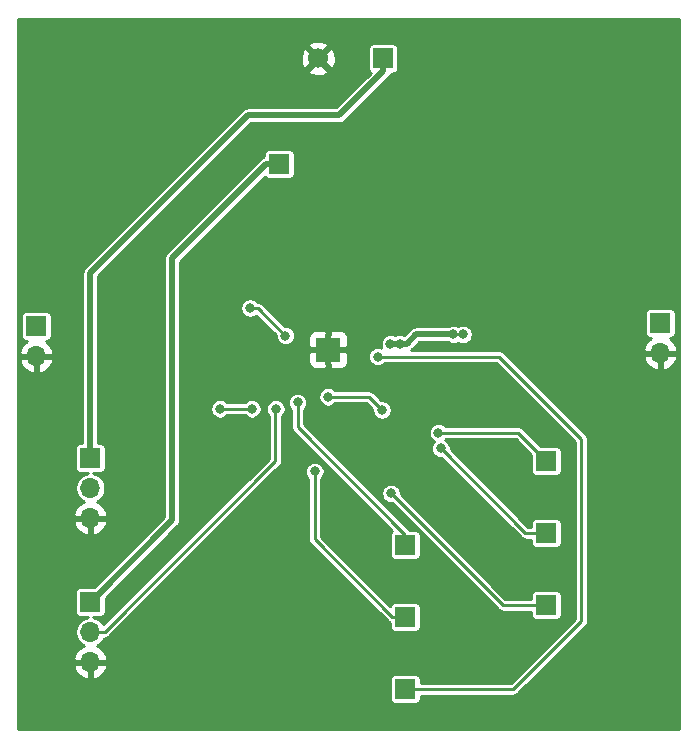
<source format=gbr>
G04 #@! TF.GenerationSoftware,KiCad,Pcbnew,(5.1.5)-3*
G04 #@! TF.CreationDate,2020-02-20T10:21:21+01:00*
G04 #@! TF.ProjectId,bq25570,62713235-3537-4302-9e6b-696361645f70,rev?*
G04 #@! TF.SameCoordinates,Original*
G04 #@! TF.FileFunction,Copper,L2,Bot*
G04 #@! TF.FilePolarity,Positive*
%FSLAX46Y46*%
G04 Gerber Fmt 4.6, Leading zero omitted, Abs format (unit mm)*
G04 Created by KiCad (PCBNEW (5.1.5)-3) date 2020-02-20 10:21:21*
%MOMM*%
%LPD*%
G04 APERTURE LIST*
%ADD10C,0.210000*%
%ADD11R,2.050000X2.050000*%
%ADD12R,1.700000X1.700000*%
%ADD13O,1.700000X1.700000*%
%ADD14C,1.700000*%
%ADD15C,0.800000*%
%ADD16C,0.500000*%
%ADD17C,0.250000*%
%ADD18C,0.254000*%
G04 APERTURE END LIST*
D10*
X115112420Y-72084820D03*
X115112420Y-71084820D03*
X114112420Y-71084820D03*
X114112420Y-72084820D03*
X114612420Y-71584820D03*
X114612420Y-72084820D03*
X115112420Y-71584820D03*
X114612420Y-71084820D03*
D11*
X114612420Y-71584820D03*
D10*
X114112420Y-71584820D03*
D12*
X121158000Y-94234000D03*
X133096000Y-81026000D03*
X133096000Y-87122000D03*
X133096000Y-93218000D03*
X121158000Y-88138000D03*
X121158000Y-100330000D03*
X110490000Y-55880000D03*
D13*
X94488000Y-98044000D03*
X94488000Y-95504000D03*
D12*
X94488000Y-92964000D03*
D13*
X94488000Y-85852000D03*
X94488000Y-83312000D03*
D12*
X94488000Y-80772000D03*
D13*
X142748000Y-71882000D03*
D12*
X142748000Y-69342000D03*
D13*
X89916000Y-72136000D03*
D12*
X89916000Y-69596000D03*
X119285200Y-46939200D03*
D14*
X113785200Y-46939200D03*
D15*
X110490000Y-95758000D03*
X110998000Y-70408800D03*
X108000800Y-68072000D03*
X119888000Y-71084820D03*
X120685180Y-71084820D03*
X126034800Y-70307200D03*
X125222000Y-70307200D03*
X108153200Y-76606400D03*
X105460800Y-76606400D03*
X110185200Y-76606400D03*
X118821200Y-72186800D03*
X112029320Y-76062920D03*
X119938800Y-83769200D03*
X124155200Y-79959200D03*
X114612420Y-75582780D03*
X119176800Y-76708000D03*
X113487200Y-81901006D03*
X123952000Y-78638400D03*
D16*
X114612420Y-71584820D02*
X114612420Y-72839580D01*
X116019580Y-71584820D02*
X114612420Y-71584820D01*
X114612420Y-71584820D02*
X113240820Y-71584820D01*
X114612420Y-71584820D02*
X114612420Y-70314820D01*
X119285200Y-48039200D02*
X119285200Y-46939200D01*
X115559200Y-51765200D02*
X119285200Y-48039200D01*
X107822798Y-51765200D02*
X115559200Y-51765200D01*
X94488000Y-65099998D02*
X107822798Y-51765200D01*
X94488000Y-80772000D02*
X94488000Y-65099998D01*
D17*
X110998000Y-70408800D02*
X108661200Y-68072000D01*
X108661200Y-68072000D02*
X108000800Y-68072000D01*
D16*
X101396800Y-86055200D02*
X94521200Y-92930800D01*
X101396800Y-63873200D02*
X101396800Y-86055200D01*
X110490000Y-55880000D02*
X109390000Y-55880000D01*
X109390000Y-55880000D02*
X101396800Y-63873200D01*
X119888000Y-71084820D02*
X120685180Y-71084820D01*
X121250865Y-71084820D02*
X122028485Y-70307200D01*
X120685180Y-71084820D02*
X121250865Y-71084820D01*
X122028485Y-70307200D02*
X125222000Y-70307200D01*
D17*
X126034800Y-70307200D02*
X126034800Y-70307200D01*
X125222000Y-70307200D02*
X126034800Y-70307200D01*
X108153200Y-76606400D02*
X105460800Y-76606400D01*
X95690081Y-95504000D02*
X110134400Y-81059681D01*
X94488000Y-95504000D02*
X95690081Y-95504000D01*
X110134400Y-81059681D02*
X110134400Y-76657200D01*
X110134400Y-76657200D02*
X110185200Y-76606400D01*
X122258000Y-100330000D02*
X121158000Y-100330000D01*
X129082800Y-72186800D02*
X136042400Y-79146400D01*
X136042400Y-94589600D02*
X130302000Y-100330000D01*
X130302000Y-100330000D02*
X122258000Y-100330000D01*
X118821200Y-72186800D02*
X129082800Y-72186800D01*
X136042400Y-79146400D02*
X136042400Y-94589600D01*
X121158000Y-87274400D02*
X121158000Y-88138000D01*
X112029320Y-76062920D02*
X112029320Y-78145720D01*
X112029320Y-78145720D02*
X121158000Y-87274400D01*
X129387600Y-93218000D02*
X133096000Y-93218000D01*
X119938800Y-83769200D02*
X129387600Y-93218000D01*
X131996000Y-87122000D02*
X133096000Y-87122000D01*
X124155200Y-79959200D02*
X131318000Y-87122000D01*
X131318000Y-87122000D02*
X131996000Y-87122000D01*
X114612420Y-75582780D02*
X118051580Y-75582780D01*
X118051580Y-75582780D02*
X119176800Y-76708000D01*
X121158000Y-94234000D02*
X120058000Y-94234000D01*
X120058000Y-94234000D02*
X113487200Y-87663200D01*
X113487200Y-82466691D02*
X113487200Y-81901006D01*
X113487200Y-87663200D02*
X113487200Y-82466691D01*
X130708400Y-78638400D02*
X133096000Y-81026000D01*
X123952000Y-78638400D02*
X130708400Y-78638400D01*
D18*
G36*
X144328001Y-103688000D02*
G01*
X88366600Y-103688000D01*
X88366600Y-98400890D01*
X93046524Y-98400890D01*
X93091175Y-98548099D01*
X93216359Y-98810920D01*
X93390412Y-99044269D01*
X93606645Y-99239178D01*
X93856748Y-99388157D01*
X94131109Y-99485481D01*
X94361000Y-99364814D01*
X94361000Y-98171000D01*
X94615000Y-98171000D01*
X94615000Y-99364814D01*
X94844891Y-99485481D01*
X95119252Y-99388157D01*
X95369355Y-99239178D01*
X95585588Y-99044269D01*
X95759641Y-98810920D01*
X95884825Y-98548099D01*
X95929476Y-98400890D01*
X95808155Y-98171000D01*
X94615000Y-98171000D01*
X94361000Y-98171000D01*
X93167845Y-98171000D01*
X93046524Y-98400890D01*
X88366600Y-98400890D01*
X88366600Y-97687110D01*
X93046524Y-97687110D01*
X93167845Y-97917000D01*
X94361000Y-97917000D01*
X94361000Y-97897000D01*
X94615000Y-97897000D01*
X94615000Y-97917000D01*
X95808155Y-97917000D01*
X95929476Y-97687110D01*
X95884825Y-97539901D01*
X95759641Y-97277080D01*
X95585588Y-97043731D01*
X95369355Y-96848822D01*
X95119252Y-96699843D01*
X95021584Y-96665197D01*
X95092886Y-96635663D01*
X95302040Y-96495911D01*
X95479911Y-96318040D01*
X95619663Y-96108886D01*
X95641569Y-96056000D01*
X95662975Y-96056000D01*
X95690081Y-96058670D01*
X95717187Y-96056000D01*
X95717190Y-96056000D01*
X95798292Y-96048012D01*
X95902344Y-96016448D01*
X95998239Y-95965191D01*
X96082292Y-95896211D01*
X96099582Y-95875143D01*
X110155172Y-81819554D01*
X112660200Y-81819554D01*
X112660200Y-81982458D01*
X112691982Y-82142233D01*
X112754323Y-82292737D01*
X112844828Y-82428187D01*
X112935201Y-82518560D01*
X112935200Y-87636094D01*
X112932530Y-87663200D01*
X112935200Y-87690306D01*
X112935200Y-87690308D01*
X112943188Y-87771410D01*
X112974752Y-87875462D01*
X113026009Y-87971358D01*
X113094989Y-88055411D01*
X113116057Y-88072701D01*
X119648508Y-94605154D01*
X119665789Y-94626211D01*
X119749842Y-94695191D01*
X119845737Y-94746448D01*
X119878934Y-94756518D01*
X119878934Y-95084000D01*
X119887178Y-95167707D01*
X119911595Y-95248196D01*
X119951245Y-95322376D01*
X120004605Y-95387395D01*
X120069624Y-95440755D01*
X120143804Y-95480405D01*
X120224293Y-95504822D01*
X120308000Y-95513066D01*
X122008000Y-95513066D01*
X122091707Y-95504822D01*
X122172196Y-95480405D01*
X122246376Y-95440755D01*
X122311395Y-95387395D01*
X122364755Y-95322376D01*
X122404405Y-95248196D01*
X122428822Y-95167707D01*
X122437066Y-95084000D01*
X122437066Y-93384000D01*
X122428822Y-93300293D01*
X122404405Y-93219804D01*
X122364755Y-93145624D01*
X122311395Y-93080605D01*
X122246376Y-93027245D01*
X122172196Y-92987595D01*
X122091707Y-92963178D01*
X122008000Y-92954934D01*
X120308000Y-92954934D01*
X120224293Y-92963178D01*
X120143804Y-92987595D01*
X120069624Y-93027245D01*
X120004605Y-93080605D01*
X119951245Y-93145624D01*
X119911595Y-93219804D01*
X119891312Y-93286666D01*
X114039200Y-87434556D01*
X114039200Y-82518559D01*
X114129572Y-82428187D01*
X114220077Y-82292737D01*
X114282418Y-82142233D01*
X114314200Y-81982458D01*
X114314200Y-81819554D01*
X114282418Y-81659779D01*
X114220077Y-81509275D01*
X114129572Y-81373825D01*
X114014381Y-81258634D01*
X113878931Y-81168129D01*
X113728427Y-81105788D01*
X113568652Y-81074006D01*
X113405748Y-81074006D01*
X113245973Y-81105788D01*
X113095469Y-81168129D01*
X112960019Y-81258634D01*
X112844828Y-81373825D01*
X112754323Y-81509275D01*
X112691982Y-81659779D01*
X112660200Y-81819554D01*
X110155172Y-81819554D01*
X110505555Y-81469172D01*
X110526611Y-81451892D01*
X110578588Y-81388558D01*
X110595591Y-81367839D01*
X110646848Y-81271944D01*
X110678412Y-81167892D01*
X110689070Y-81059681D01*
X110686400Y-81032573D01*
X110686400Y-77266132D01*
X110712381Y-77248772D01*
X110827572Y-77133581D01*
X110918077Y-76998131D01*
X110980418Y-76847627D01*
X111012200Y-76687852D01*
X111012200Y-76524948D01*
X110980418Y-76365173D01*
X110918077Y-76214669D01*
X110827572Y-76079219D01*
X110729821Y-75981468D01*
X111202320Y-75981468D01*
X111202320Y-76144372D01*
X111234102Y-76304147D01*
X111296443Y-76454651D01*
X111386948Y-76590101D01*
X111477320Y-76680473D01*
X111477321Y-78118604D01*
X111474650Y-78145720D01*
X111485309Y-78253930D01*
X111516872Y-78357982D01*
X111568129Y-78453877D01*
X111568130Y-78453878D01*
X111637110Y-78537931D01*
X111658172Y-78555216D01*
X120050167Y-86947213D01*
X120004605Y-86984605D01*
X119951245Y-87049624D01*
X119911595Y-87123804D01*
X119887178Y-87204293D01*
X119878934Y-87288000D01*
X119878934Y-88988000D01*
X119887178Y-89071707D01*
X119911595Y-89152196D01*
X119951245Y-89226376D01*
X120004605Y-89291395D01*
X120069624Y-89344755D01*
X120143804Y-89384405D01*
X120224293Y-89408822D01*
X120308000Y-89417066D01*
X122008000Y-89417066D01*
X122091707Y-89408822D01*
X122172196Y-89384405D01*
X122246376Y-89344755D01*
X122311395Y-89291395D01*
X122364755Y-89226376D01*
X122404405Y-89152196D01*
X122428822Y-89071707D01*
X122437066Y-88988000D01*
X122437066Y-87288000D01*
X122428822Y-87204293D01*
X122404405Y-87123804D01*
X122364755Y-87049624D01*
X122311395Y-86984605D01*
X122246376Y-86931245D01*
X122172196Y-86891595D01*
X122091707Y-86867178D01*
X122008000Y-86858934D01*
X121523180Y-86858934D01*
X118351994Y-83687748D01*
X119111800Y-83687748D01*
X119111800Y-83850652D01*
X119143582Y-84010427D01*
X119205923Y-84160931D01*
X119296428Y-84296381D01*
X119411619Y-84411572D01*
X119547069Y-84502077D01*
X119697573Y-84564418D01*
X119857348Y-84596200D01*
X119985156Y-84596200D01*
X128978108Y-93589154D01*
X128995389Y-93610211D01*
X129079442Y-93679191D01*
X129175337Y-93730448D01*
X129279389Y-93762012D01*
X129360491Y-93770000D01*
X129360493Y-93770000D01*
X129387599Y-93772670D01*
X129414705Y-93770000D01*
X131816934Y-93770000D01*
X131816934Y-94068000D01*
X131825178Y-94151707D01*
X131849595Y-94232196D01*
X131889245Y-94306376D01*
X131942605Y-94371395D01*
X132007624Y-94424755D01*
X132081804Y-94464405D01*
X132162293Y-94488822D01*
X132246000Y-94497066D01*
X133946000Y-94497066D01*
X134029707Y-94488822D01*
X134110196Y-94464405D01*
X134184376Y-94424755D01*
X134249395Y-94371395D01*
X134302755Y-94306376D01*
X134342405Y-94232196D01*
X134366822Y-94151707D01*
X134375066Y-94068000D01*
X134375066Y-92368000D01*
X134366822Y-92284293D01*
X134342405Y-92203804D01*
X134302755Y-92129624D01*
X134249395Y-92064605D01*
X134184376Y-92011245D01*
X134110196Y-91971595D01*
X134029707Y-91947178D01*
X133946000Y-91938934D01*
X132246000Y-91938934D01*
X132162293Y-91947178D01*
X132081804Y-91971595D01*
X132007624Y-92011245D01*
X131942605Y-92064605D01*
X131889245Y-92129624D01*
X131849595Y-92203804D01*
X131825178Y-92284293D01*
X131816934Y-92368000D01*
X131816934Y-92666000D01*
X129616246Y-92666000D01*
X120765800Y-83815556D01*
X120765800Y-83687748D01*
X120734018Y-83527973D01*
X120671677Y-83377469D01*
X120581172Y-83242019D01*
X120465981Y-83126828D01*
X120330531Y-83036323D01*
X120180027Y-82973982D01*
X120020252Y-82942200D01*
X119857348Y-82942200D01*
X119697573Y-82973982D01*
X119547069Y-83036323D01*
X119411619Y-83126828D01*
X119296428Y-83242019D01*
X119205923Y-83377469D01*
X119143582Y-83527973D01*
X119111800Y-83687748D01*
X118351994Y-83687748D01*
X113221193Y-78556948D01*
X123125000Y-78556948D01*
X123125000Y-78719852D01*
X123156782Y-78879627D01*
X123219123Y-79030131D01*
X123309628Y-79165581D01*
X123424819Y-79280772D01*
X123560269Y-79371277D01*
X123569674Y-79375173D01*
X123512828Y-79432019D01*
X123422323Y-79567469D01*
X123359982Y-79717973D01*
X123328200Y-79877748D01*
X123328200Y-80040652D01*
X123359982Y-80200427D01*
X123422323Y-80350931D01*
X123512828Y-80486381D01*
X123628019Y-80601572D01*
X123763469Y-80692077D01*
X123913973Y-80754418D01*
X124073748Y-80786200D01*
X124201556Y-80786200D01*
X130908504Y-87493149D01*
X130925789Y-87514211D01*
X131009842Y-87583191D01*
X131105737Y-87634448D01*
X131209789Y-87666012D01*
X131290891Y-87674000D01*
X131290894Y-87674000D01*
X131318000Y-87676670D01*
X131345106Y-87674000D01*
X131816934Y-87674000D01*
X131816934Y-87972000D01*
X131825178Y-88055707D01*
X131849595Y-88136196D01*
X131889245Y-88210376D01*
X131942605Y-88275395D01*
X132007624Y-88328755D01*
X132081804Y-88368405D01*
X132162293Y-88392822D01*
X132246000Y-88401066D01*
X133946000Y-88401066D01*
X134029707Y-88392822D01*
X134110196Y-88368405D01*
X134184376Y-88328755D01*
X134249395Y-88275395D01*
X134302755Y-88210376D01*
X134342405Y-88136196D01*
X134366822Y-88055707D01*
X134375066Y-87972000D01*
X134375066Y-86272000D01*
X134366822Y-86188293D01*
X134342405Y-86107804D01*
X134302755Y-86033624D01*
X134249395Y-85968605D01*
X134184376Y-85915245D01*
X134110196Y-85875595D01*
X134029707Y-85851178D01*
X133946000Y-85842934D01*
X132246000Y-85842934D01*
X132162293Y-85851178D01*
X132081804Y-85875595D01*
X132007624Y-85915245D01*
X131942605Y-85968605D01*
X131889245Y-86033624D01*
X131849595Y-86107804D01*
X131825178Y-86188293D01*
X131816934Y-86272000D01*
X131816934Y-86570000D01*
X131546645Y-86570000D01*
X124982200Y-80005556D01*
X124982200Y-79877748D01*
X124950418Y-79717973D01*
X124888077Y-79567469D01*
X124797572Y-79432019D01*
X124682381Y-79316828D01*
X124546931Y-79226323D01*
X124537526Y-79222427D01*
X124569553Y-79190400D01*
X130479756Y-79190400D01*
X131816934Y-80527579D01*
X131816934Y-81876000D01*
X131825178Y-81959707D01*
X131849595Y-82040196D01*
X131889245Y-82114376D01*
X131942605Y-82179395D01*
X132007624Y-82232755D01*
X132081804Y-82272405D01*
X132162293Y-82296822D01*
X132246000Y-82305066D01*
X133946000Y-82305066D01*
X134029707Y-82296822D01*
X134110196Y-82272405D01*
X134184376Y-82232755D01*
X134249395Y-82179395D01*
X134302755Y-82114376D01*
X134342405Y-82040196D01*
X134366822Y-81959707D01*
X134375066Y-81876000D01*
X134375066Y-80176000D01*
X134366822Y-80092293D01*
X134342405Y-80011804D01*
X134302755Y-79937624D01*
X134249395Y-79872605D01*
X134184376Y-79819245D01*
X134110196Y-79779595D01*
X134029707Y-79755178D01*
X133946000Y-79746934D01*
X132597579Y-79746934D01*
X131117900Y-78267256D01*
X131100611Y-78246189D01*
X131016558Y-78177209D01*
X130920663Y-78125952D01*
X130816611Y-78094388D01*
X130735509Y-78086400D01*
X130735506Y-78086400D01*
X130708400Y-78083730D01*
X130681294Y-78086400D01*
X124569553Y-78086400D01*
X124479181Y-77996028D01*
X124343731Y-77905523D01*
X124193227Y-77843182D01*
X124033452Y-77811400D01*
X123870548Y-77811400D01*
X123710773Y-77843182D01*
X123560269Y-77905523D01*
X123424819Y-77996028D01*
X123309628Y-78111219D01*
X123219123Y-78246669D01*
X123156782Y-78397173D01*
X123125000Y-78556948D01*
X113221193Y-78556948D01*
X112581320Y-77917076D01*
X112581320Y-76680473D01*
X112671692Y-76590101D01*
X112762197Y-76454651D01*
X112824538Y-76304147D01*
X112856320Y-76144372D01*
X112856320Y-75981468D01*
X112824538Y-75821693D01*
X112762197Y-75671189D01*
X112671692Y-75535739D01*
X112637281Y-75501328D01*
X113785420Y-75501328D01*
X113785420Y-75664232D01*
X113817202Y-75824007D01*
X113879543Y-75974511D01*
X113970048Y-76109961D01*
X114085239Y-76225152D01*
X114220689Y-76315657D01*
X114371193Y-76377998D01*
X114530968Y-76409780D01*
X114693872Y-76409780D01*
X114853647Y-76377998D01*
X115004151Y-76315657D01*
X115139601Y-76225152D01*
X115229973Y-76134780D01*
X117822936Y-76134780D01*
X118349800Y-76661645D01*
X118349800Y-76789452D01*
X118381582Y-76949227D01*
X118443923Y-77099731D01*
X118534428Y-77235181D01*
X118649619Y-77350372D01*
X118785069Y-77440877D01*
X118935573Y-77503218D01*
X119095348Y-77535000D01*
X119258252Y-77535000D01*
X119418027Y-77503218D01*
X119568531Y-77440877D01*
X119703981Y-77350372D01*
X119819172Y-77235181D01*
X119909677Y-77099731D01*
X119972018Y-76949227D01*
X120003800Y-76789452D01*
X120003800Y-76626548D01*
X119972018Y-76466773D01*
X119909677Y-76316269D01*
X119819172Y-76180819D01*
X119703981Y-76065628D01*
X119568531Y-75975123D01*
X119418027Y-75912782D01*
X119258252Y-75881000D01*
X119130445Y-75881000D01*
X118461080Y-75211636D01*
X118443791Y-75190569D01*
X118359738Y-75121589D01*
X118263843Y-75070332D01*
X118159791Y-75038768D01*
X118078689Y-75030780D01*
X118078686Y-75030780D01*
X118051580Y-75028110D01*
X118024474Y-75030780D01*
X115229973Y-75030780D01*
X115139601Y-74940408D01*
X115004151Y-74849903D01*
X114853647Y-74787562D01*
X114693872Y-74755780D01*
X114530968Y-74755780D01*
X114371193Y-74787562D01*
X114220689Y-74849903D01*
X114085239Y-74940408D01*
X113970048Y-75055599D01*
X113879543Y-75191049D01*
X113817202Y-75341553D01*
X113785420Y-75501328D01*
X112637281Y-75501328D01*
X112556501Y-75420548D01*
X112421051Y-75330043D01*
X112270547Y-75267702D01*
X112110772Y-75235920D01*
X111947868Y-75235920D01*
X111788093Y-75267702D01*
X111637589Y-75330043D01*
X111502139Y-75420548D01*
X111386948Y-75535739D01*
X111296443Y-75671189D01*
X111234102Y-75821693D01*
X111202320Y-75981468D01*
X110729821Y-75981468D01*
X110712381Y-75964028D01*
X110576931Y-75873523D01*
X110426427Y-75811182D01*
X110266652Y-75779400D01*
X110103748Y-75779400D01*
X109943973Y-75811182D01*
X109793469Y-75873523D01*
X109658019Y-75964028D01*
X109542828Y-76079219D01*
X109452323Y-76214669D01*
X109389982Y-76365173D01*
X109358200Y-76524948D01*
X109358200Y-76687852D01*
X109389982Y-76847627D01*
X109452323Y-76998131D01*
X109542828Y-77133581D01*
X109582401Y-77173154D01*
X109582400Y-80831035D01*
X95577470Y-94835967D01*
X95479911Y-94689960D01*
X95302040Y-94512089D01*
X95092886Y-94372337D01*
X94860487Y-94276074D01*
X94694544Y-94243066D01*
X95338000Y-94243066D01*
X95421707Y-94234822D01*
X95502196Y-94210405D01*
X95576376Y-94170755D01*
X95641395Y-94117395D01*
X95694755Y-94052376D01*
X95734405Y-93978196D01*
X95758822Y-93897707D01*
X95767066Y-93814000D01*
X95767066Y-92642356D01*
X101852001Y-86557422D01*
X101877827Y-86536227D01*
X101962428Y-86433141D01*
X102025292Y-86315530D01*
X102064004Y-86187915D01*
X102073800Y-86088452D01*
X102077075Y-86055200D01*
X102073800Y-86021948D01*
X102073800Y-76524948D01*
X104633800Y-76524948D01*
X104633800Y-76687852D01*
X104665582Y-76847627D01*
X104727923Y-76998131D01*
X104818428Y-77133581D01*
X104933619Y-77248772D01*
X105069069Y-77339277D01*
X105219573Y-77401618D01*
X105379348Y-77433400D01*
X105542252Y-77433400D01*
X105702027Y-77401618D01*
X105852531Y-77339277D01*
X105987981Y-77248772D01*
X106078353Y-77158400D01*
X107535647Y-77158400D01*
X107626019Y-77248772D01*
X107761469Y-77339277D01*
X107911973Y-77401618D01*
X108071748Y-77433400D01*
X108234652Y-77433400D01*
X108394427Y-77401618D01*
X108544931Y-77339277D01*
X108680381Y-77248772D01*
X108795572Y-77133581D01*
X108886077Y-76998131D01*
X108948418Y-76847627D01*
X108980200Y-76687852D01*
X108980200Y-76524948D01*
X108948418Y-76365173D01*
X108886077Y-76214669D01*
X108795572Y-76079219D01*
X108680381Y-75964028D01*
X108544931Y-75873523D01*
X108394427Y-75811182D01*
X108234652Y-75779400D01*
X108071748Y-75779400D01*
X107911973Y-75811182D01*
X107761469Y-75873523D01*
X107626019Y-75964028D01*
X107535647Y-76054400D01*
X106078353Y-76054400D01*
X105987981Y-75964028D01*
X105852531Y-75873523D01*
X105702027Y-75811182D01*
X105542252Y-75779400D01*
X105379348Y-75779400D01*
X105219573Y-75811182D01*
X105069069Y-75873523D01*
X104933619Y-75964028D01*
X104818428Y-76079219D01*
X104727923Y-76214669D01*
X104665582Y-76365173D01*
X104633800Y-76524948D01*
X102073800Y-76524948D01*
X102073800Y-67990548D01*
X107173800Y-67990548D01*
X107173800Y-68153452D01*
X107205582Y-68313227D01*
X107267923Y-68463731D01*
X107358428Y-68599181D01*
X107473619Y-68714372D01*
X107609069Y-68804877D01*
X107759573Y-68867218D01*
X107919348Y-68899000D01*
X108082252Y-68899000D01*
X108242027Y-68867218D01*
X108392531Y-68804877D01*
X108524952Y-68716396D01*
X110171000Y-70362446D01*
X110171000Y-70490252D01*
X110202782Y-70650027D01*
X110265123Y-70800531D01*
X110355628Y-70935981D01*
X110470819Y-71051172D01*
X110606269Y-71141677D01*
X110756773Y-71204018D01*
X110916548Y-71235800D01*
X111079452Y-71235800D01*
X111239227Y-71204018D01*
X111389731Y-71141677D01*
X111525181Y-71051172D01*
X111640372Y-70935981D01*
X111730877Y-70800531D01*
X111793218Y-70650027D01*
X111811161Y-70559820D01*
X112949348Y-70559820D01*
X112952420Y-71299070D01*
X113111170Y-71457820D01*
X113382941Y-71457820D01*
X113369413Y-71555627D01*
X113377994Y-71701141D01*
X113380781Y-71711820D01*
X113111170Y-71711820D01*
X112952420Y-71870570D01*
X112949348Y-72609820D01*
X112961608Y-72734302D01*
X112997918Y-72854000D01*
X113056883Y-72964314D01*
X113136235Y-73061005D01*
X113232926Y-73140357D01*
X113343240Y-73199322D01*
X113462938Y-73235632D01*
X113587420Y-73247892D01*
X114326670Y-73244820D01*
X114485420Y-73086070D01*
X114485420Y-72814299D01*
X114583227Y-72827827D01*
X114728741Y-72819246D01*
X114739420Y-72816459D01*
X114739420Y-73086070D01*
X114898170Y-73244820D01*
X115637420Y-73247892D01*
X115761902Y-73235632D01*
X115881600Y-73199322D01*
X115991914Y-73140357D01*
X116088605Y-73061005D01*
X116167957Y-72964314D01*
X116226922Y-72854000D01*
X116263232Y-72734302D01*
X116275492Y-72609820D01*
X116273396Y-72105348D01*
X117994200Y-72105348D01*
X117994200Y-72268252D01*
X118025982Y-72428027D01*
X118088323Y-72578531D01*
X118178828Y-72713981D01*
X118294019Y-72829172D01*
X118429469Y-72919677D01*
X118579973Y-72982018D01*
X118739748Y-73013800D01*
X118902652Y-73013800D01*
X119062427Y-72982018D01*
X119212931Y-72919677D01*
X119348381Y-72829172D01*
X119438753Y-72738800D01*
X128854156Y-72738800D01*
X135490400Y-79375046D01*
X135490401Y-94360953D01*
X130073356Y-99778000D01*
X122437066Y-99778000D01*
X122437066Y-99480000D01*
X122428822Y-99396293D01*
X122404405Y-99315804D01*
X122364755Y-99241624D01*
X122311395Y-99176605D01*
X122246376Y-99123245D01*
X122172196Y-99083595D01*
X122091707Y-99059178D01*
X122008000Y-99050934D01*
X120308000Y-99050934D01*
X120224293Y-99059178D01*
X120143804Y-99083595D01*
X120069624Y-99123245D01*
X120004605Y-99176605D01*
X119951245Y-99241624D01*
X119911595Y-99315804D01*
X119887178Y-99396293D01*
X119878934Y-99480000D01*
X119878934Y-101180000D01*
X119887178Y-101263707D01*
X119911595Y-101344196D01*
X119951245Y-101418376D01*
X120004605Y-101483395D01*
X120069624Y-101536755D01*
X120143804Y-101576405D01*
X120224293Y-101600822D01*
X120308000Y-101609066D01*
X122008000Y-101609066D01*
X122091707Y-101600822D01*
X122172196Y-101576405D01*
X122246376Y-101536755D01*
X122311395Y-101483395D01*
X122364755Y-101418376D01*
X122404405Y-101344196D01*
X122428822Y-101263707D01*
X122437066Y-101180000D01*
X122437066Y-100882000D01*
X130274894Y-100882000D01*
X130302000Y-100884670D01*
X130329106Y-100882000D01*
X130329109Y-100882000D01*
X130410211Y-100874012D01*
X130514263Y-100842448D01*
X130610158Y-100791191D01*
X130694211Y-100722211D01*
X130711501Y-100701143D01*
X136413554Y-94999092D01*
X136434611Y-94981811D01*
X136503591Y-94897758D01*
X136554848Y-94801863D01*
X136586412Y-94697811D01*
X136594400Y-94616709D01*
X136597070Y-94589600D01*
X136594400Y-94562491D01*
X136594400Y-79173508D01*
X136597070Y-79146400D01*
X136586412Y-79038189D01*
X136554848Y-78934137D01*
X136503591Y-78838242D01*
X136451892Y-78775246D01*
X136451891Y-78775245D01*
X136434611Y-78754189D01*
X136413554Y-78736908D01*
X129915535Y-72238890D01*
X141306524Y-72238890D01*
X141351175Y-72386099D01*
X141476359Y-72648920D01*
X141650412Y-72882269D01*
X141866645Y-73077178D01*
X142116748Y-73226157D01*
X142391109Y-73323481D01*
X142621000Y-73202814D01*
X142621000Y-72009000D01*
X142875000Y-72009000D01*
X142875000Y-73202814D01*
X143104891Y-73323481D01*
X143379252Y-73226157D01*
X143629355Y-73077178D01*
X143845588Y-72882269D01*
X144019641Y-72648920D01*
X144144825Y-72386099D01*
X144189476Y-72238890D01*
X144068155Y-72009000D01*
X142875000Y-72009000D01*
X142621000Y-72009000D01*
X141427845Y-72009000D01*
X141306524Y-72238890D01*
X129915535Y-72238890D01*
X129492301Y-71815657D01*
X129475011Y-71794589D01*
X129390958Y-71725609D01*
X129295063Y-71674352D01*
X129191011Y-71642788D01*
X129109909Y-71634800D01*
X129109906Y-71634800D01*
X129082800Y-71632130D01*
X129055694Y-71634800D01*
X121647873Y-71634800D01*
X121731892Y-71565847D01*
X121753091Y-71540016D01*
X121767997Y-71525110D01*
X141306524Y-71525110D01*
X141427845Y-71755000D01*
X142621000Y-71755000D01*
X142621000Y-71735000D01*
X142875000Y-71735000D01*
X142875000Y-71755000D01*
X144068155Y-71755000D01*
X144189476Y-71525110D01*
X144144825Y-71377901D01*
X144019641Y-71115080D01*
X143845588Y-70881731D01*
X143629355Y-70686822D01*
X143518965Y-70621066D01*
X143598000Y-70621066D01*
X143681707Y-70612822D01*
X143762196Y-70588405D01*
X143836376Y-70548755D01*
X143901395Y-70495395D01*
X143954755Y-70430376D01*
X143994405Y-70356196D01*
X144018822Y-70275707D01*
X144027066Y-70192000D01*
X144027066Y-68492000D01*
X144018822Y-68408293D01*
X143994405Y-68327804D01*
X143954755Y-68253624D01*
X143901395Y-68188605D01*
X143836376Y-68135245D01*
X143762196Y-68095595D01*
X143681707Y-68071178D01*
X143598000Y-68062934D01*
X141898000Y-68062934D01*
X141814293Y-68071178D01*
X141733804Y-68095595D01*
X141659624Y-68135245D01*
X141594605Y-68188605D01*
X141541245Y-68253624D01*
X141501595Y-68327804D01*
X141477178Y-68408293D01*
X141468934Y-68492000D01*
X141468934Y-70192000D01*
X141477178Y-70275707D01*
X141501595Y-70356196D01*
X141541245Y-70430376D01*
X141594605Y-70495395D01*
X141659624Y-70548755D01*
X141733804Y-70588405D01*
X141814293Y-70612822D01*
X141898000Y-70621066D01*
X141977035Y-70621066D01*
X141866645Y-70686822D01*
X141650412Y-70881731D01*
X141476359Y-71115080D01*
X141351175Y-71377901D01*
X141306524Y-71525110D01*
X121767997Y-71525110D01*
X122308908Y-70984200D01*
X124746643Y-70984200D01*
X124830269Y-71040077D01*
X124980773Y-71102418D01*
X125140548Y-71134200D01*
X125303452Y-71134200D01*
X125463227Y-71102418D01*
X125613731Y-71040077D01*
X125628400Y-71030275D01*
X125643069Y-71040077D01*
X125793573Y-71102418D01*
X125953348Y-71134200D01*
X126116252Y-71134200D01*
X126276027Y-71102418D01*
X126426531Y-71040077D01*
X126561981Y-70949572D01*
X126677172Y-70834381D01*
X126767677Y-70698931D01*
X126830018Y-70548427D01*
X126861800Y-70388652D01*
X126861800Y-70225748D01*
X126830018Y-70065973D01*
X126767677Y-69915469D01*
X126677172Y-69780019D01*
X126561981Y-69664828D01*
X126426531Y-69574323D01*
X126276027Y-69511982D01*
X126116252Y-69480200D01*
X125953348Y-69480200D01*
X125793573Y-69511982D01*
X125643069Y-69574323D01*
X125628400Y-69584125D01*
X125613731Y-69574323D01*
X125463227Y-69511982D01*
X125303452Y-69480200D01*
X125140548Y-69480200D01*
X124980773Y-69511982D01*
X124830269Y-69574323D01*
X124746643Y-69630200D01*
X122061737Y-69630200D01*
X122028485Y-69626925D01*
X121995233Y-69630200D01*
X121895770Y-69639996D01*
X121768155Y-69678708D01*
X121650544Y-69741572D01*
X121547458Y-69826173D01*
X121526263Y-69851999D01*
X121041138Y-70337125D01*
X120926407Y-70289602D01*
X120766632Y-70257820D01*
X120603728Y-70257820D01*
X120443953Y-70289602D01*
X120293449Y-70351943D01*
X120286590Y-70356526D01*
X120279731Y-70351943D01*
X120129227Y-70289602D01*
X119969452Y-70257820D01*
X119806548Y-70257820D01*
X119646773Y-70289602D01*
X119496269Y-70351943D01*
X119360819Y-70442448D01*
X119245628Y-70557639D01*
X119155123Y-70693089D01*
X119092782Y-70843593D01*
X119061000Y-71003368D01*
X119061000Y-71166272D01*
X119092782Y-71326047D01*
X119131836Y-71420332D01*
X119062427Y-71391582D01*
X118902652Y-71359800D01*
X118739748Y-71359800D01*
X118579973Y-71391582D01*
X118429469Y-71453923D01*
X118294019Y-71544428D01*
X118178828Y-71659619D01*
X118088323Y-71795069D01*
X118025982Y-71945573D01*
X117994200Y-72105348D01*
X116273396Y-72105348D01*
X116272420Y-71870570D01*
X116113670Y-71711820D01*
X115841899Y-71711820D01*
X115855427Y-71614013D01*
X115846846Y-71468499D01*
X115844059Y-71457820D01*
X116113670Y-71457820D01*
X116272420Y-71299070D01*
X116275492Y-70559820D01*
X116263232Y-70435338D01*
X116226922Y-70315640D01*
X116167957Y-70205326D01*
X116088605Y-70108635D01*
X115991914Y-70029283D01*
X115881600Y-69970318D01*
X115761902Y-69934008D01*
X115637420Y-69921748D01*
X114898170Y-69924820D01*
X114739420Y-70083570D01*
X114739420Y-70355341D01*
X114641613Y-70341813D01*
X114496099Y-70350394D01*
X114485420Y-70353181D01*
X114485420Y-70083570D01*
X114326670Y-69924820D01*
X113587420Y-69921748D01*
X113462938Y-69934008D01*
X113343240Y-69970318D01*
X113232926Y-70029283D01*
X113136235Y-70108635D01*
X113056883Y-70205326D01*
X112997918Y-70315640D01*
X112961608Y-70435338D01*
X112949348Y-70559820D01*
X111811161Y-70559820D01*
X111825000Y-70490252D01*
X111825000Y-70327348D01*
X111793218Y-70167573D01*
X111730877Y-70017069D01*
X111640372Y-69881619D01*
X111525181Y-69766428D01*
X111389731Y-69675923D01*
X111239227Y-69613582D01*
X111079452Y-69581800D01*
X110951646Y-69581800D01*
X109070700Y-67700856D01*
X109053411Y-67679789D01*
X108969358Y-67610809D01*
X108873463Y-67559552D01*
X108769411Y-67527988D01*
X108688309Y-67520000D01*
X108688306Y-67520000D01*
X108661200Y-67517330D01*
X108634094Y-67520000D01*
X108618353Y-67520000D01*
X108527981Y-67429628D01*
X108392531Y-67339123D01*
X108242027Y-67276782D01*
X108082252Y-67245000D01*
X107919348Y-67245000D01*
X107759573Y-67276782D01*
X107609069Y-67339123D01*
X107473619Y-67429628D01*
X107358428Y-67544819D01*
X107267923Y-67680269D01*
X107205582Y-67830773D01*
X107173800Y-67990548D01*
X102073800Y-67990548D01*
X102073800Y-64153622D01*
X109274816Y-56952607D01*
X109283245Y-56968376D01*
X109336605Y-57033395D01*
X109401624Y-57086755D01*
X109475804Y-57126405D01*
X109556293Y-57150822D01*
X109640000Y-57159066D01*
X111340000Y-57159066D01*
X111423707Y-57150822D01*
X111504196Y-57126405D01*
X111578376Y-57086755D01*
X111643395Y-57033395D01*
X111696755Y-56968376D01*
X111736405Y-56894196D01*
X111760822Y-56813707D01*
X111769066Y-56730000D01*
X111769066Y-55030000D01*
X111760822Y-54946293D01*
X111736405Y-54865804D01*
X111696755Y-54791624D01*
X111643395Y-54726605D01*
X111578376Y-54673245D01*
X111504196Y-54633595D01*
X111423707Y-54609178D01*
X111340000Y-54600934D01*
X109640000Y-54600934D01*
X109556293Y-54609178D01*
X109475804Y-54633595D01*
X109401624Y-54673245D01*
X109336605Y-54726605D01*
X109283245Y-54791624D01*
X109243595Y-54865804D01*
X109219178Y-54946293D01*
X109210934Y-55030000D01*
X109210934Y-55226857D01*
X109129670Y-55251508D01*
X109012059Y-55314372D01*
X108908973Y-55398973D01*
X108887778Y-55424799D01*
X100941600Y-63370978D01*
X100915773Y-63392174D01*
X100831172Y-63495260D01*
X100768308Y-63612871D01*
X100729596Y-63740486D01*
X100719800Y-63839949D01*
X100719800Y-63839955D01*
X100716526Y-63873200D01*
X100719800Y-63906445D01*
X100719801Y-85774776D01*
X94809644Y-91684934D01*
X93638000Y-91684934D01*
X93554293Y-91693178D01*
X93473804Y-91717595D01*
X93399624Y-91757245D01*
X93334605Y-91810605D01*
X93281245Y-91875624D01*
X93241595Y-91949804D01*
X93217178Y-92030293D01*
X93208934Y-92114000D01*
X93208934Y-93814000D01*
X93217178Y-93897707D01*
X93241595Y-93978196D01*
X93281245Y-94052376D01*
X93334605Y-94117395D01*
X93399624Y-94170755D01*
X93473804Y-94210405D01*
X93554293Y-94234822D01*
X93638000Y-94243066D01*
X94281456Y-94243066D01*
X94115513Y-94276074D01*
X93883114Y-94372337D01*
X93673960Y-94512089D01*
X93496089Y-94689960D01*
X93356337Y-94899114D01*
X93260074Y-95131513D01*
X93211000Y-95378226D01*
X93211000Y-95629774D01*
X93260074Y-95876487D01*
X93356337Y-96108886D01*
X93496089Y-96318040D01*
X93673960Y-96495911D01*
X93883114Y-96635663D01*
X93954416Y-96665197D01*
X93856748Y-96699843D01*
X93606645Y-96848822D01*
X93390412Y-97043731D01*
X93216359Y-97277080D01*
X93091175Y-97539901D01*
X93046524Y-97687110D01*
X88366600Y-97687110D01*
X88366600Y-86208890D01*
X93046524Y-86208890D01*
X93091175Y-86356099D01*
X93216359Y-86618920D01*
X93390412Y-86852269D01*
X93606645Y-87047178D01*
X93856748Y-87196157D01*
X94131109Y-87293481D01*
X94361000Y-87172814D01*
X94361000Y-85979000D01*
X94615000Y-85979000D01*
X94615000Y-87172814D01*
X94844891Y-87293481D01*
X95119252Y-87196157D01*
X95369355Y-87047178D01*
X95585588Y-86852269D01*
X95759641Y-86618920D01*
X95884825Y-86356099D01*
X95929476Y-86208890D01*
X95808155Y-85979000D01*
X94615000Y-85979000D01*
X94361000Y-85979000D01*
X93167845Y-85979000D01*
X93046524Y-86208890D01*
X88366600Y-86208890D01*
X88366600Y-85495110D01*
X93046524Y-85495110D01*
X93167845Y-85725000D01*
X94361000Y-85725000D01*
X94361000Y-85705000D01*
X94615000Y-85705000D01*
X94615000Y-85725000D01*
X95808155Y-85725000D01*
X95929476Y-85495110D01*
X95884825Y-85347901D01*
X95759641Y-85085080D01*
X95585588Y-84851731D01*
X95369355Y-84656822D01*
X95119252Y-84507843D01*
X95021584Y-84473197D01*
X95092886Y-84443663D01*
X95302040Y-84303911D01*
X95479911Y-84126040D01*
X95619663Y-83916886D01*
X95715926Y-83684487D01*
X95765000Y-83437774D01*
X95765000Y-83186226D01*
X95715926Y-82939513D01*
X95619663Y-82707114D01*
X95479911Y-82497960D01*
X95302040Y-82320089D01*
X95092886Y-82180337D01*
X94860487Y-82084074D01*
X94694544Y-82051066D01*
X95338000Y-82051066D01*
X95421707Y-82042822D01*
X95502196Y-82018405D01*
X95576376Y-81978755D01*
X95641395Y-81925395D01*
X95694755Y-81860376D01*
X95734405Y-81786196D01*
X95758822Y-81705707D01*
X95767066Y-81622000D01*
X95767066Y-79922000D01*
X95758822Y-79838293D01*
X95734405Y-79757804D01*
X95694755Y-79683624D01*
X95641395Y-79618605D01*
X95576376Y-79565245D01*
X95502196Y-79525595D01*
X95421707Y-79501178D01*
X95338000Y-79492934D01*
X95165000Y-79492934D01*
X95165000Y-65380420D01*
X108103220Y-52442200D01*
X115525955Y-52442200D01*
X115559200Y-52445474D01*
X115592445Y-52442200D01*
X115592452Y-52442200D01*
X115691915Y-52432404D01*
X115819530Y-52393692D01*
X115937141Y-52330828D01*
X116040227Y-52246227D01*
X116061426Y-52220396D01*
X119740406Y-48541417D01*
X119766226Y-48520227D01*
X119787418Y-48494405D01*
X119787424Y-48494399D01*
X119850828Y-48417141D01*
X119913692Y-48299530D01*
X119938343Y-48218266D01*
X120135200Y-48218266D01*
X120218907Y-48210022D01*
X120299396Y-48185605D01*
X120373576Y-48145955D01*
X120438595Y-48092595D01*
X120491955Y-48027576D01*
X120531605Y-47953396D01*
X120556022Y-47872907D01*
X120564266Y-47789200D01*
X120564266Y-46089200D01*
X120556022Y-46005493D01*
X120531605Y-45925004D01*
X120491955Y-45850824D01*
X120438595Y-45785805D01*
X120373576Y-45732445D01*
X120299396Y-45692795D01*
X120218907Y-45668378D01*
X120135200Y-45660134D01*
X118435200Y-45660134D01*
X118351493Y-45668378D01*
X118271004Y-45692795D01*
X118196824Y-45732445D01*
X118131805Y-45785805D01*
X118078445Y-45850824D01*
X118038795Y-45925004D01*
X118014378Y-46005493D01*
X118006134Y-46089200D01*
X118006134Y-47789200D01*
X118014378Y-47872907D01*
X118038795Y-47953396D01*
X118078445Y-48027576D01*
X118131805Y-48092595D01*
X118196824Y-48145955D01*
X118212593Y-48154384D01*
X115278778Y-51088200D01*
X107856039Y-51088200D01*
X107822797Y-51084926D01*
X107789555Y-51088200D01*
X107789546Y-51088200D01*
X107690083Y-51097996D01*
X107562468Y-51136708D01*
X107444857Y-51199572D01*
X107341771Y-51284173D01*
X107320574Y-51310002D01*
X94032800Y-64597776D01*
X94006974Y-64618971D01*
X93985779Y-64644797D01*
X93985776Y-64644800D01*
X93922372Y-64722058D01*
X93859508Y-64839669D01*
X93820796Y-64967284D01*
X93807726Y-65099998D01*
X93811001Y-65133253D01*
X93811000Y-79492934D01*
X93638000Y-79492934D01*
X93554293Y-79501178D01*
X93473804Y-79525595D01*
X93399624Y-79565245D01*
X93334605Y-79618605D01*
X93281245Y-79683624D01*
X93241595Y-79757804D01*
X93217178Y-79838293D01*
X93208934Y-79922000D01*
X93208934Y-81622000D01*
X93217178Y-81705707D01*
X93241595Y-81786196D01*
X93281245Y-81860376D01*
X93334605Y-81925395D01*
X93399624Y-81978755D01*
X93473804Y-82018405D01*
X93554293Y-82042822D01*
X93638000Y-82051066D01*
X94281456Y-82051066D01*
X94115513Y-82084074D01*
X93883114Y-82180337D01*
X93673960Y-82320089D01*
X93496089Y-82497960D01*
X93356337Y-82707114D01*
X93260074Y-82939513D01*
X93211000Y-83186226D01*
X93211000Y-83437774D01*
X93260074Y-83684487D01*
X93356337Y-83916886D01*
X93496089Y-84126040D01*
X93673960Y-84303911D01*
X93883114Y-84443663D01*
X93954416Y-84473197D01*
X93856748Y-84507843D01*
X93606645Y-84656822D01*
X93390412Y-84851731D01*
X93216359Y-85085080D01*
X93091175Y-85347901D01*
X93046524Y-85495110D01*
X88366600Y-85495110D01*
X88366600Y-72492890D01*
X88474524Y-72492890D01*
X88519175Y-72640099D01*
X88644359Y-72902920D01*
X88818412Y-73136269D01*
X89034645Y-73331178D01*
X89284748Y-73480157D01*
X89559109Y-73577481D01*
X89789000Y-73456814D01*
X89789000Y-72263000D01*
X90043000Y-72263000D01*
X90043000Y-73456814D01*
X90272891Y-73577481D01*
X90547252Y-73480157D01*
X90797355Y-73331178D01*
X91013588Y-73136269D01*
X91187641Y-72902920D01*
X91312825Y-72640099D01*
X91357476Y-72492890D01*
X91236155Y-72263000D01*
X90043000Y-72263000D01*
X89789000Y-72263000D01*
X88595845Y-72263000D01*
X88474524Y-72492890D01*
X88366600Y-72492890D01*
X88366600Y-71779110D01*
X88474524Y-71779110D01*
X88595845Y-72009000D01*
X89789000Y-72009000D01*
X89789000Y-71989000D01*
X90043000Y-71989000D01*
X90043000Y-72009000D01*
X91236155Y-72009000D01*
X91357476Y-71779110D01*
X91312825Y-71631901D01*
X91187641Y-71369080D01*
X91013588Y-71135731D01*
X90797355Y-70940822D01*
X90686965Y-70875066D01*
X90766000Y-70875066D01*
X90849707Y-70866822D01*
X90930196Y-70842405D01*
X91004376Y-70802755D01*
X91069395Y-70749395D01*
X91122755Y-70684376D01*
X91162405Y-70610196D01*
X91186822Y-70529707D01*
X91195066Y-70446000D01*
X91195066Y-68746000D01*
X91186822Y-68662293D01*
X91162405Y-68581804D01*
X91122755Y-68507624D01*
X91069395Y-68442605D01*
X91004376Y-68389245D01*
X90930196Y-68349595D01*
X90849707Y-68325178D01*
X90766000Y-68316934D01*
X89066000Y-68316934D01*
X88982293Y-68325178D01*
X88901804Y-68349595D01*
X88827624Y-68389245D01*
X88762605Y-68442605D01*
X88709245Y-68507624D01*
X88669595Y-68581804D01*
X88645178Y-68662293D01*
X88636934Y-68746000D01*
X88636934Y-70446000D01*
X88645178Y-70529707D01*
X88669595Y-70610196D01*
X88709245Y-70684376D01*
X88762605Y-70749395D01*
X88827624Y-70802755D01*
X88901804Y-70842405D01*
X88982293Y-70866822D01*
X89066000Y-70875066D01*
X89145035Y-70875066D01*
X89034645Y-70940822D01*
X88818412Y-71135731D01*
X88644359Y-71369080D01*
X88519175Y-71631901D01*
X88474524Y-71779110D01*
X88366600Y-71779110D01*
X88366600Y-47967597D01*
X112936408Y-47967597D01*
X113014043Y-48216672D01*
X113278083Y-48342571D01*
X113561611Y-48414539D01*
X113853731Y-48429811D01*
X114143219Y-48387799D01*
X114418947Y-48290119D01*
X114556357Y-48216672D01*
X114633992Y-47967597D01*
X113785200Y-47118805D01*
X112936408Y-47967597D01*
X88366600Y-47967597D01*
X88366600Y-47007731D01*
X112294589Y-47007731D01*
X112336601Y-47297219D01*
X112434281Y-47572947D01*
X112507728Y-47710357D01*
X112756803Y-47787992D01*
X113605595Y-46939200D01*
X113964805Y-46939200D01*
X114813597Y-47787992D01*
X115062672Y-47710357D01*
X115188571Y-47446317D01*
X115260539Y-47162789D01*
X115275811Y-46870669D01*
X115233799Y-46581181D01*
X115136119Y-46305453D01*
X115062672Y-46168043D01*
X114813597Y-46090408D01*
X113964805Y-46939200D01*
X113605595Y-46939200D01*
X112756803Y-46090408D01*
X112507728Y-46168043D01*
X112381829Y-46432083D01*
X112309861Y-46715611D01*
X112294589Y-47007731D01*
X88366600Y-47007731D01*
X88366600Y-45910803D01*
X112936408Y-45910803D01*
X113785200Y-46759595D01*
X114633992Y-45910803D01*
X114556357Y-45661728D01*
X114292317Y-45535829D01*
X114008789Y-45463861D01*
X113716669Y-45448589D01*
X113427181Y-45490601D01*
X113151453Y-45588281D01*
X113014043Y-45661728D01*
X112936408Y-45910803D01*
X88366600Y-45910803D01*
X88366600Y-43632000D01*
X144328000Y-43632000D01*
X144328001Y-103688000D01*
G37*
X144328001Y-103688000D02*
X88366600Y-103688000D01*
X88366600Y-98400890D01*
X93046524Y-98400890D01*
X93091175Y-98548099D01*
X93216359Y-98810920D01*
X93390412Y-99044269D01*
X93606645Y-99239178D01*
X93856748Y-99388157D01*
X94131109Y-99485481D01*
X94361000Y-99364814D01*
X94361000Y-98171000D01*
X94615000Y-98171000D01*
X94615000Y-99364814D01*
X94844891Y-99485481D01*
X95119252Y-99388157D01*
X95369355Y-99239178D01*
X95585588Y-99044269D01*
X95759641Y-98810920D01*
X95884825Y-98548099D01*
X95929476Y-98400890D01*
X95808155Y-98171000D01*
X94615000Y-98171000D01*
X94361000Y-98171000D01*
X93167845Y-98171000D01*
X93046524Y-98400890D01*
X88366600Y-98400890D01*
X88366600Y-97687110D01*
X93046524Y-97687110D01*
X93167845Y-97917000D01*
X94361000Y-97917000D01*
X94361000Y-97897000D01*
X94615000Y-97897000D01*
X94615000Y-97917000D01*
X95808155Y-97917000D01*
X95929476Y-97687110D01*
X95884825Y-97539901D01*
X95759641Y-97277080D01*
X95585588Y-97043731D01*
X95369355Y-96848822D01*
X95119252Y-96699843D01*
X95021584Y-96665197D01*
X95092886Y-96635663D01*
X95302040Y-96495911D01*
X95479911Y-96318040D01*
X95619663Y-96108886D01*
X95641569Y-96056000D01*
X95662975Y-96056000D01*
X95690081Y-96058670D01*
X95717187Y-96056000D01*
X95717190Y-96056000D01*
X95798292Y-96048012D01*
X95902344Y-96016448D01*
X95998239Y-95965191D01*
X96082292Y-95896211D01*
X96099582Y-95875143D01*
X110155172Y-81819554D01*
X112660200Y-81819554D01*
X112660200Y-81982458D01*
X112691982Y-82142233D01*
X112754323Y-82292737D01*
X112844828Y-82428187D01*
X112935201Y-82518560D01*
X112935200Y-87636094D01*
X112932530Y-87663200D01*
X112935200Y-87690306D01*
X112935200Y-87690308D01*
X112943188Y-87771410D01*
X112974752Y-87875462D01*
X113026009Y-87971358D01*
X113094989Y-88055411D01*
X113116057Y-88072701D01*
X119648508Y-94605154D01*
X119665789Y-94626211D01*
X119749842Y-94695191D01*
X119845737Y-94746448D01*
X119878934Y-94756518D01*
X119878934Y-95084000D01*
X119887178Y-95167707D01*
X119911595Y-95248196D01*
X119951245Y-95322376D01*
X120004605Y-95387395D01*
X120069624Y-95440755D01*
X120143804Y-95480405D01*
X120224293Y-95504822D01*
X120308000Y-95513066D01*
X122008000Y-95513066D01*
X122091707Y-95504822D01*
X122172196Y-95480405D01*
X122246376Y-95440755D01*
X122311395Y-95387395D01*
X122364755Y-95322376D01*
X122404405Y-95248196D01*
X122428822Y-95167707D01*
X122437066Y-95084000D01*
X122437066Y-93384000D01*
X122428822Y-93300293D01*
X122404405Y-93219804D01*
X122364755Y-93145624D01*
X122311395Y-93080605D01*
X122246376Y-93027245D01*
X122172196Y-92987595D01*
X122091707Y-92963178D01*
X122008000Y-92954934D01*
X120308000Y-92954934D01*
X120224293Y-92963178D01*
X120143804Y-92987595D01*
X120069624Y-93027245D01*
X120004605Y-93080605D01*
X119951245Y-93145624D01*
X119911595Y-93219804D01*
X119891312Y-93286666D01*
X114039200Y-87434556D01*
X114039200Y-82518559D01*
X114129572Y-82428187D01*
X114220077Y-82292737D01*
X114282418Y-82142233D01*
X114314200Y-81982458D01*
X114314200Y-81819554D01*
X114282418Y-81659779D01*
X114220077Y-81509275D01*
X114129572Y-81373825D01*
X114014381Y-81258634D01*
X113878931Y-81168129D01*
X113728427Y-81105788D01*
X113568652Y-81074006D01*
X113405748Y-81074006D01*
X113245973Y-81105788D01*
X113095469Y-81168129D01*
X112960019Y-81258634D01*
X112844828Y-81373825D01*
X112754323Y-81509275D01*
X112691982Y-81659779D01*
X112660200Y-81819554D01*
X110155172Y-81819554D01*
X110505555Y-81469172D01*
X110526611Y-81451892D01*
X110578588Y-81388558D01*
X110595591Y-81367839D01*
X110646848Y-81271944D01*
X110678412Y-81167892D01*
X110689070Y-81059681D01*
X110686400Y-81032573D01*
X110686400Y-77266132D01*
X110712381Y-77248772D01*
X110827572Y-77133581D01*
X110918077Y-76998131D01*
X110980418Y-76847627D01*
X111012200Y-76687852D01*
X111012200Y-76524948D01*
X110980418Y-76365173D01*
X110918077Y-76214669D01*
X110827572Y-76079219D01*
X110729821Y-75981468D01*
X111202320Y-75981468D01*
X111202320Y-76144372D01*
X111234102Y-76304147D01*
X111296443Y-76454651D01*
X111386948Y-76590101D01*
X111477320Y-76680473D01*
X111477321Y-78118604D01*
X111474650Y-78145720D01*
X111485309Y-78253930D01*
X111516872Y-78357982D01*
X111568129Y-78453877D01*
X111568130Y-78453878D01*
X111637110Y-78537931D01*
X111658172Y-78555216D01*
X120050167Y-86947213D01*
X120004605Y-86984605D01*
X119951245Y-87049624D01*
X119911595Y-87123804D01*
X119887178Y-87204293D01*
X119878934Y-87288000D01*
X119878934Y-88988000D01*
X119887178Y-89071707D01*
X119911595Y-89152196D01*
X119951245Y-89226376D01*
X120004605Y-89291395D01*
X120069624Y-89344755D01*
X120143804Y-89384405D01*
X120224293Y-89408822D01*
X120308000Y-89417066D01*
X122008000Y-89417066D01*
X122091707Y-89408822D01*
X122172196Y-89384405D01*
X122246376Y-89344755D01*
X122311395Y-89291395D01*
X122364755Y-89226376D01*
X122404405Y-89152196D01*
X122428822Y-89071707D01*
X122437066Y-88988000D01*
X122437066Y-87288000D01*
X122428822Y-87204293D01*
X122404405Y-87123804D01*
X122364755Y-87049624D01*
X122311395Y-86984605D01*
X122246376Y-86931245D01*
X122172196Y-86891595D01*
X122091707Y-86867178D01*
X122008000Y-86858934D01*
X121523180Y-86858934D01*
X118351994Y-83687748D01*
X119111800Y-83687748D01*
X119111800Y-83850652D01*
X119143582Y-84010427D01*
X119205923Y-84160931D01*
X119296428Y-84296381D01*
X119411619Y-84411572D01*
X119547069Y-84502077D01*
X119697573Y-84564418D01*
X119857348Y-84596200D01*
X119985156Y-84596200D01*
X128978108Y-93589154D01*
X128995389Y-93610211D01*
X129079442Y-93679191D01*
X129175337Y-93730448D01*
X129279389Y-93762012D01*
X129360491Y-93770000D01*
X129360493Y-93770000D01*
X129387599Y-93772670D01*
X129414705Y-93770000D01*
X131816934Y-93770000D01*
X131816934Y-94068000D01*
X131825178Y-94151707D01*
X131849595Y-94232196D01*
X131889245Y-94306376D01*
X131942605Y-94371395D01*
X132007624Y-94424755D01*
X132081804Y-94464405D01*
X132162293Y-94488822D01*
X132246000Y-94497066D01*
X133946000Y-94497066D01*
X134029707Y-94488822D01*
X134110196Y-94464405D01*
X134184376Y-94424755D01*
X134249395Y-94371395D01*
X134302755Y-94306376D01*
X134342405Y-94232196D01*
X134366822Y-94151707D01*
X134375066Y-94068000D01*
X134375066Y-92368000D01*
X134366822Y-92284293D01*
X134342405Y-92203804D01*
X134302755Y-92129624D01*
X134249395Y-92064605D01*
X134184376Y-92011245D01*
X134110196Y-91971595D01*
X134029707Y-91947178D01*
X133946000Y-91938934D01*
X132246000Y-91938934D01*
X132162293Y-91947178D01*
X132081804Y-91971595D01*
X132007624Y-92011245D01*
X131942605Y-92064605D01*
X131889245Y-92129624D01*
X131849595Y-92203804D01*
X131825178Y-92284293D01*
X131816934Y-92368000D01*
X131816934Y-92666000D01*
X129616246Y-92666000D01*
X120765800Y-83815556D01*
X120765800Y-83687748D01*
X120734018Y-83527973D01*
X120671677Y-83377469D01*
X120581172Y-83242019D01*
X120465981Y-83126828D01*
X120330531Y-83036323D01*
X120180027Y-82973982D01*
X120020252Y-82942200D01*
X119857348Y-82942200D01*
X119697573Y-82973982D01*
X119547069Y-83036323D01*
X119411619Y-83126828D01*
X119296428Y-83242019D01*
X119205923Y-83377469D01*
X119143582Y-83527973D01*
X119111800Y-83687748D01*
X118351994Y-83687748D01*
X113221193Y-78556948D01*
X123125000Y-78556948D01*
X123125000Y-78719852D01*
X123156782Y-78879627D01*
X123219123Y-79030131D01*
X123309628Y-79165581D01*
X123424819Y-79280772D01*
X123560269Y-79371277D01*
X123569674Y-79375173D01*
X123512828Y-79432019D01*
X123422323Y-79567469D01*
X123359982Y-79717973D01*
X123328200Y-79877748D01*
X123328200Y-80040652D01*
X123359982Y-80200427D01*
X123422323Y-80350931D01*
X123512828Y-80486381D01*
X123628019Y-80601572D01*
X123763469Y-80692077D01*
X123913973Y-80754418D01*
X124073748Y-80786200D01*
X124201556Y-80786200D01*
X130908504Y-87493149D01*
X130925789Y-87514211D01*
X131009842Y-87583191D01*
X131105737Y-87634448D01*
X131209789Y-87666012D01*
X131290891Y-87674000D01*
X131290894Y-87674000D01*
X131318000Y-87676670D01*
X131345106Y-87674000D01*
X131816934Y-87674000D01*
X131816934Y-87972000D01*
X131825178Y-88055707D01*
X131849595Y-88136196D01*
X131889245Y-88210376D01*
X131942605Y-88275395D01*
X132007624Y-88328755D01*
X132081804Y-88368405D01*
X132162293Y-88392822D01*
X132246000Y-88401066D01*
X133946000Y-88401066D01*
X134029707Y-88392822D01*
X134110196Y-88368405D01*
X134184376Y-88328755D01*
X134249395Y-88275395D01*
X134302755Y-88210376D01*
X134342405Y-88136196D01*
X134366822Y-88055707D01*
X134375066Y-87972000D01*
X134375066Y-86272000D01*
X134366822Y-86188293D01*
X134342405Y-86107804D01*
X134302755Y-86033624D01*
X134249395Y-85968605D01*
X134184376Y-85915245D01*
X134110196Y-85875595D01*
X134029707Y-85851178D01*
X133946000Y-85842934D01*
X132246000Y-85842934D01*
X132162293Y-85851178D01*
X132081804Y-85875595D01*
X132007624Y-85915245D01*
X131942605Y-85968605D01*
X131889245Y-86033624D01*
X131849595Y-86107804D01*
X131825178Y-86188293D01*
X131816934Y-86272000D01*
X131816934Y-86570000D01*
X131546645Y-86570000D01*
X124982200Y-80005556D01*
X124982200Y-79877748D01*
X124950418Y-79717973D01*
X124888077Y-79567469D01*
X124797572Y-79432019D01*
X124682381Y-79316828D01*
X124546931Y-79226323D01*
X124537526Y-79222427D01*
X124569553Y-79190400D01*
X130479756Y-79190400D01*
X131816934Y-80527579D01*
X131816934Y-81876000D01*
X131825178Y-81959707D01*
X131849595Y-82040196D01*
X131889245Y-82114376D01*
X131942605Y-82179395D01*
X132007624Y-82232755D01*
X132081804Y-82272405D01*
X132162293Y-82296822D01*
X132246000Y-82305066D01*
X133946000Y-82305066D01*
X134029707Y-82296822D01*
X134110196Y-82272405D01*
X134184376Y-82232755D01*
X134249395Y-82179395D01*
X134302755Y-82114376D01*
X134342405Y-82040196D01*
X134366822Y-81959707D01*
X134375066Y-81876000D01*
X134375066Y-80176000D01*
X134366822Y-80092293D01*
X134342405Y-80011804D01*
X134302755Y-79937624D01*
X134249395Y-79872605D01*
X134184376Y-79819245D01*
X134110196Y-79779595D01*
X134029707Y-79755178D01*
X133946000Y-79746934D01*
X132597579Y-79746934D01*
X131117900Y-78267256D01*
X131100611Y-78246189D01*
X131016558Y-78177209D01*
X130920663Y-78125952D01*
X130816611Y-78094388D01*
X130735509Y-78086400D01*
X130735506Y-78086400D01*
X130708400Y-78083730D01*
X130681294Y-78086400D01*
X124569553Y-78086400D01*
X124479181Y-77996028D01*
X124343731Y-77905523D01*
X124193227Y-77843182D01*
X124033452Y-77811400D01*
X123870548Y-77811400D01*
X123710773Y-77843182D01*
X123560269Y-77905523D01*
X123424819Y-77996028D01*
X123309628Y-78111219D01*
X123219123Y-78246669D01*
X123156782Y-78397173D01*
X123125000Y-78556948D01*
X113221193Y-78556948D01*
X112581320Y-77917076D01*
X112581320Y-76680473D01*
X112671692Y-76590101D01*
X112762197Y-76454651D01*
X112824538Y-76304147D01*
X112856320Y-76144372D01*
X112856320Y-75981468D01*
X112824538Y-75821693D01*
X112762197Y-75671189D01*
X112671692Y-75535739D01*
X112637281Y-75501328D01*
X113785420Y-75501328D01*
X113785420Y-75664232D01*
X113817202Y-75824007D01*
X113879543Y-75974511D01*
X113970048Y-76109961D01*
X114085239Y-76225152D01*
X114220689Y-76315657D01*
X114371193Y-76377998D01*
X114530968Y-76409780D01*
X114693872Y-76409780D01*
X114853647Y-76377998D01*
X115004151Y-76315657D01*
X115139601Y-76225152D01*
X115229973Y-76134780D01*
X117822936Y-76134780D01*
X118349800Y-76661645D01*
X118349800Y-76789452D01*
X118381582Y-76949227D01*
X118443923Y-77099731D01*
X118534428Y-77235181D01*
X118649619Y-77350372D01*
X118785069Y-77440877D01*
X118935573Y-77503218D01*
X119095348Y-77535000D01*
X119258252Y-77535000D01*
X119418027Y-77503218D01*
X119568531Y-77440877D01*
X119703981Y-77350372D01*
X119819172Y-77235181D01*
X119909677Y-77099731D01*
X119972018Y-76949227D01*
X120003800Y-76789452D01*
X120003800Y-76626548D01*
X119972018Y-76466773D01*
X119909677Y-76316269D01*
X119819172Y-76180819D01*
X119703981Y-76065628D01*
X119568531Y-75975123D01*
X119418027Y-75912782D01*
X119258252Y-75881000D01*
X119130445Y-75881000D01*
X118461080Y-75211636D01*
X118443791Y-75190569D01*
X118359738Y-75121589D01*
X118263843Y-75070332D01*
X118159791Y-75038768D01*
X118078689Y-75030780D01*
X118078686Y-75030780D01*
X118051580Y-75028110D01*
X118024474Y-75030780D01*
X115229973Y-75030780D01*
X115139601Y-74940408D01*
X115004151Y-74849903D01*
X114853647Y-74787562D01*
X114693872Y-74755780D01*
X114530968Y-74755780D01*
X114371193Y-74787562D01*
X114220689Y-74849903D01*
X114085239Y-74940408D01*
X113970048Y-75055599D01*
X113879543Y-75191049D01*
X113817202Y-75341553D01*
X113785420Y-75501328D01*
X112637281Y-75501328D01*
X112556501Y-75420548D01*
X112421051Y-75330043D01*
X112270547Y-75267702D01*
X112110772Y-75235920D01*
X111947868Y-75235920D01*
X111788093Y-75267702D01*
X111637589Y-75330043D01*
X111502139Y-75420548D01*
X111386948Y-75535739D01*
X111296443Y-75671189D01*
X111234102Y-75821693D01*
X111202320Y-75981468D01*
X110729821Y-75981468D01*
X110712381Y-75964028D01*
X110576931Y-75873523D01*
X110426427Y-75811182D01*
X110266652Y-75779400D01*
X110103748Y-75779400D01*
X109943973Y-75811182D01*
X109793469Y-75873523D01*
X109658019Y-75964028D01*
X109542828Y-76079219D01*
X109452323Y-76214669D01*
X109389982Y-76365173D01*
X109358200Y-76524948D01*
X109358200Y-76687852D01*
X109389982Y-76847627D01*
X109452323Y-76998131D01*
X109542828Y-77133581D01*
X109582401Y-77173154D01*
X109582400Y-80831035D01*
X95577470Y-94835967D01*
X95479911Y-94689960D01*
X95302040Y-94512089D01*
X95092886Y-94372337D01*
X94860487Y-94276074D01*
X94694544Y-94243066D01*
X95338000Y-94243066D01*
X95421707Y-94234822D01*
X95502196Y-94210405D01*
X95576376Y-94170755D01*
X95641395Y-94117395D01*
X95694755Y-94052376D01*
X95734405Y-93978196D01*
X95758822Y-93897707D01*
X95767066Y-93814000D01*
X95767066Y-92642356D01*
X101852001Y-86557422D01*
X101877827Y-86536227D01*
X101962428Y-86433141D01*
X102025292Y-86315530D01*
X102064004Y-86187915D01*
X102073800Y-86088452D01*
X102077075Y-86055200D01*
X102073800Y-86021948D01*
X102073800Y-76524948D01*
X104633800Y-76524948D01*
X104633800Y-76687852D01*
X104665582Y-76847627D01*
X104727923Y-76998131D01*
X104818428Y-77133581D01*
X104933619Y-77248772D01*
X105069069Y-77339277D01*
X105219573Y-77401618D01*
X105379348Y-77433400D01*
X105542252Y-77433400D01*
X105702027Y-77401618D01*
X105852531Y-77339277D01*
X105987981Y-77248772D01*
X106078353Y-77158400D01*
X107535647Y-77158400D01*
X107626019Y-77248772D01*
X107761469Y-77339277D01*
X107911973Y-77401618D01*
X108071748Y-77433400D01*
X108234652Y-77433400D01*
X108394427Y-77401618D01*
X108544931Y-77339277D01*
X108680381Y-77248772D01*
X108795572Y-77133581D01*
X108886077Y-76998131D01*
X108948418Y-76847627D01*
X108980200Y-76687852D01*
X108980200Y-76524948D01*
X108948418Y-76365173D01*
X108886077Y-76214669D01*
X108795572Y-76079219D01*
X108680381Y-75964028D01*
X108544931Y-75873523D01*
X108394427Y-75811182D01*
X108234652Y-75779400D01*
X108071748Y-75779400D01*
X107911973Y-75811182D01*
X107761469Y-75873523D01*
X107626019Y-75964028D01*
X107535647Y-76054400D01*
X106078353Y-76054400D01*
X105987981Y-75964028D01*
X105852531Y-75873523D01*
X105702027Y-75811182D01*
X105542252Y-75779400D01*
X105379348Y-75779400D01*
X105219573Y-75811182D01*
X105069069Y-75873523D01*
X104933619Y-75964028D01*
X104818428Y-76079219D01*
X104727923Y-76214669D01*
X104665582Y-76365173D01*
X104633800Y-76524948D01*
X102073800Y-76524948D01*
X102073800Y-67990548D01*
X107173800Y-67990548D01*
X107173800Y-68153452D01*
X107205582Y-68313227D01*
X107267923Y-68463731D01*
X107358428Y-68599181D01*
X107473619Y-68714372D01*
X107609069Y-68804877D01*
X107759573Y-68867218D01*
X107919348Y-68899000D01*
X108082252Y-68899000D01*
X108242027Y-68867218D01*
X108392531Y-68804877D01*
X108524952Y-68716396D01*
X110171000Y-70362446D01*
X110171000Y-70490252D01*
X110202782Y-70650027D01*
X110265123Y-70800531D01*
X110355628Y-70935981D01*
X110470819Y-71051172D01*
X110606269Y-71141677D01*
X110756773Y-71204018D01*
X110916548Y-71235800D01*
X111079452Y-71235800D01*
X111239227Y-71204018D01*
X111389731Y-71141677D01*
X111525181Y-71051172D01*
X111640372Y-70935981D01*
X111730877Y-70800531D01*
X111793218Y-70650027D01*
X111811161Y-70559820D01*
X112949348Y-70559820D01*
X112952420Y-71299070D01*
X113111170Y-71457820D01*
X113382941Y-71457820D01*
X113369413Y-71555627D01*
X113377994Y-71701141D01*
X113380781Y-71711820D01*
X113111170Y-71711820D01*
X112952420Y-71870570D01*
X112949348Y-72609820D01*
X112961608Y-72734302D01*
X112997918Y-72854000D01*
X113056883Y-72964314D01*
X113136235Y-73061005D01*
X113232926Y-73140357D01*
X113343240Y-73199322D01*
X113462938Y-73235632D01*
X113587420Y-73247892D01*
X114326670Y-73244820D01*
X114485420Y-73086070D01*
X114485420Y-72814299D01*
X114583227Y-72827827D01*
X114728741Y-72819246D01*
X114739420Y-72816459D01*
X114739420Y-73086070D01*
X114898170Y-73244820D01*
X115637420Y-73247892D01*
X115761902Y-73235632D01*
X115881600Y-73199322D01*
X115991914Y-73140357D01*
X116088605Y-73061005D01*
X116167957Y-72964314D01*
X116226922Y-72854000D01*
X116263232Y-72734302D01*
X116275492Y-72609820D01*
X116273396Y-72105348D01*
X117994200Y-72105348D01*
X117994200Y-72268252D01*
X118025982Y-72428027D01*
X118088323Y-72578531D01*
X118178828Y-72713981D01*
X118294019Y-72829172D01*
X118429469Y-72919677D01*
X118579973Y-72982018D01*
X118739748Y-73013800D01*
X118902652Y-73013800D01*
X119062427Y-72982018D01*
X119212931Y-72919677D01*
X119348381Y-72829172D01*
X119438753Y-72738800D01*
X128854156Y-72738800D01*
X135490400Y-79375046D01*
X135490401Y-94360953D01*
X130073356Y-99778000D01*
X122437066Y-99778000D01*
X122437066Y-99480000D01*
X122428822Y-99396293D01*
X122404405Y-99315804D01*
X122364755Y-99241624D01*
X122311395Y-99176605D01*
X122246376Y-99123245D01*
X122172196Y-99083595D01*
X122091707Y-99059178D01*
X122008000Y-99050934D01*
X120308000Y-99050934D01*
X120224293Y-99059178D01*
X120143804Y-99083595D01*
X120069624Y-99123245D01*
X120004605Y-99176605D01*
X119951245Y-99241624D01*
X119911595Y-99315804D01*
X119887178Y-99396293D01*
X119878934Y-99480000D01*
X119878934Y-101180000D01*
X119887178Y-101263707D01*
X119911595Y-101344196D01*
X119951245Y-101418376D01*
X120004605Y-101483395D01*
X120069624Y-101536755D01*
X120143804Y-101576405D01*
X120224293Y-101600822D01*
X120308000Y-101609066D01*
X122008000Y-101609066D01*
X122091707Y-101600822D01*
X122172196Y-101576405D01*
X122246376Y-101536755D01*
X122311395Y-101483395D01*
X122364755Y-101418376D01*
X122404405Y-101344196D01*
X122428822Y-101263707D01*
X122437066Y-101180000D01*
X122437066Y-100882000D01*
X130274894Y-100882000D01*
X130302000Y-100884670D01*
X130329106Y-100882000D01*
X130329109Y-100882000D01*
X130410211Y-100874012D01*
X130514263Y-100842448D01*
X130610158Y-100791191D01*
X130694211Y-100722211D01*
X130711501Y-100701143D01*
X136413554Y-94999092D01*
X136434611Y-94981811D01*
X136503591Y-94897758D01*
X136554848Y-94801863D01*
X136586412Y-94697811D01*
X136594400Y-94616709D01*
X136597070Y-94589600D01*
X136594400Y-94562491D01*
X136594400Y-79173508D01*
X136597070Y-79146400D01*
X136586412Y-79038189D01*
X136554848Y-78934137D01*
X136503591Y-78838242D01*
X136451892Y-78775246D01*
X136451891Y-78775245D01*
X136434611Y-78754189D01*
X136413554Y-78736908D01*
X129915535Y-72238890D01*
X141306524Y-72238890D01*
X141351175Y-72386099D01*
X141476359Y-72648920D01*
X141650412Y-72882269D01*
X141866645Y-73077178D01*
X142116748Y-73226157D01*
X142391109Y-73323481D01*
X142621000Y-73202814D01*
X142621000Y-72009000D01*
X142875000Y-72009000D01*
X142875000Y-73202814D01*
X143104891Y-73323481D01*
X143379252Y-73226157D01*
X143629355Y-73077178D01*
X143845588Y-72882269D01*
X144019641Y-72648920D01*
X144144825Y-72386099D01*
X144189476Y-72238890D01*
X144068155Y-72009000D01*
X142875000Y-72009000D01*
X142621000Y-72009000D01*
X141427845Y-72009000D01*
X141306524Y-72238890D01*
X129915535Y-72238890D01*
X129492301Y-71815657D01*
X129475011Y-71794589D01*
X129390958Y-71725609D01*
X129295063Y-71674352D01*
X129191011Y-71642788D01*
X129109909Y-71634800D01*
X129109906Y-71634800D01*
X129082800Y-71632130D01*
X129055694Y-71634800D01*
X121647873Y-71634800D01*
X121731892Y-71565847D01*
X121753091Y-71540016D01*
X121767997Y-71525110D01*
X141306524Y-71525110D01*
X141427845Y-71755000D01*
X142621000Y-71755000D01*
X142621000Y-71735000D01*
X142875000Y-71735000D01*
X142875000Y-71755000D01*
X144068155Y-71755000D01*
X144189476Y-71525110D01*
X144144825Y-71377901D01*
X144019641Y-71115080D01*
X143845588Y-70881731D01*
X143629355Y-70686822D01*
X143518965Y-70621066D01*
X143598000Y-70621066D01*
X143681707Y-70612822D01*
X143762196Y-70588405D01*
X143836376Y-70548755D01*
X143901395Y-70495395D01*
X143954755Y-70430376D01*
X143994405Y-70356196D01*
X144018822Y-70275707D01*
X144027066Y-70192000D01*
X144027066Y-68492000D01*
X144018822Y-68408293D01*
X143994405Y-68327804D01*
X143954755Y-68253624D01*
X143901395Y-68188605D01*
X143836376Y-68135245D01*
X143762196Y-68095595D01*
X143681707Y-68071178D01*
X143598000Y-68062934D01*
X141898000Y-68062934D01*
X141814293Y-68071178D01*
X141733804Y-68095595D01*
X141659624Y-68135245D01*
X141594605Y-68188605D01*
X141541245Y-68253624D01*
X141501595Y-68327804D01*
X141477178Y-68408293D01*
X141468934Y-68492000D01*
X141468934Y-70192000D01*
X141477178Y-70275707D01*
X141501595Y-70356196D01*
X141541245Y-70430376D01*
X141594605Y-70495395D01*
X141659624Y-70548755D01*
X141733804Y-70588405D01*
X141814293Y-70612822D01*
X141898000Y-70621066D01*
X141977035Y-70621066D01*
X141866645Y-70686822D01*
X141650412Y-70881731D01*
X141476359Y-71115080D01*
X141351175Y-71377901D01*
X141306524Y-71525110D01*
X121767997Y-71525110D01*
X122308908Y-70984200D01*
X124746643Y-70984200D01*
X124830269Y-71040077D01*
X124980773Y-71102418D01*
X125140548Y-71134200D01*
X125303452Y-71134200D01*
X125463227Y-71102418D01*
X125613731Y-71040077D01*
X125628400Y-71030275D01*
X125643069Y-71040077D01*
X125793573Y-71102418D01*
X125953348Y-71134200D01*
X126116252Y-71134200D01*
X126276027Y-71102418D01*
X126426531Y-71040077D01*
X126561981Y-70949572D01*
X126677172Y-70834381D01*
X126767677Y-70698931D01*
X126830018Y-70548427D01*
X126861800Y-70388652D01*
X126861800Y-70225748D01*
X126830018Y-70065973D01*
X126767677Y-69915469D01*
X126677172Y-69780019D01*
X126561981Y-69664828D01*
X126426531Y-69574323D01*
X126276027Y-69511982D01*
X126116252Y-69480200D01*
X125953348Y-69480200D01*
X125793573Y-69511982D01*
X125643069Y-69574323D01*
X125628400Y-69584125D01*
X125613731Y-69574323D01*
X125463227Y-69511982D01*
X125303452Y-69480200D01*
X125140548Y-69480200D01*
X124980773Y-69511982D01*
X124830269Y-69574323D01*
X124746643Y-69630200D01*
X122061737Y-69630200D01*
X122028485Y-69626925D01*
X121995233Y-69630200D01*
X121895770Y-69639996D01*
X121768155Y-69678708D01*
X121650544Y-69741572D01*
X121547458Y-69826173D01*
X121526263Y-69851999D01*
X121041138Y-70337125D01*
X120926407Y-70289602D01*
X120766632Y-70257820D01*
X120603728Y-70257820D01*
X120443953Y-70289602D01*
X120293449Y-70351943D01*
X120286590Y-70356526D01*
X120279731Y-70351943D01*
X120129227Y-70289602D01*
X119969452Y-70257820D01*
X119806548Y-70257820D01*
X119646773Y-70289602D01*
X119496269Y-70351943D01*
X119360819Y-70442448D01*
X119245628Y-70557639D01*
X119155123Y-70693089D01*
X119092782Y-70843593D01*
X119061000Y-71003368D01*
X119061000Y-71166272D01*
X119092782Y-71326047D01*
X119131836Y-71420332D01*
X119062427Y-71391582D01*
X118902652Y-71359800D01*
X118739748Y-71359800D01*
X118579973Y-71391582D01*
X118429469Y-71453923D01*
X118294019Y-71544428D01*
X118178828Y-71659619D01*
X118088323Y-71795069D01*
X118025982Y-71945573D01*
X117994200Y-72105348D01*
X116273396Y-72105348D01*
X116272420Y-71870570D01*
X116113670Y-71711820D01*
X115841899Y-71711820D01*
X115855427Y-71614013D01*
X115846846Y-71468499D01*
X115844059Y-71457820D01*
X116113670Y-71457820D01*
X116272420Y-71299070D01*
X116275492Y-70559820D01*
X116263232Y-70435338D01*
X116226922Y-70315640D01*
X116167957Y-70205326D01*
X116088605Y-70108635D01*
X115991914Y-70029283D01*
X115881600Y-69970318D01*
X115761902Y-69934008D01*
X115637420Y-69921748D01*
X114898170Y-69924820D01*
X114739420Y-70083570D01*
X114739420Y-70355341D01*
X114641613Y-70341813D01*
X114496099Y-70350394D01*
X114485420Y-70353181D01*
X114485420Y-70083570D01*
X114326670Y-69924820D01*
X113587420Y-69921748D01*
X113462938Y-69934008D01*
X113343240Y-69970318D01*
X113232926Y-70029283D01*
X113136235Y-70108635D01*
X113056883Y-70205326D01*
X112997918Y-70315640D01*
X112961608Y-70435338D01*
X112949348Y-70559820D01*
X111811161Y-70559820D01*
X111825000Y-70490252D01*
X111825000Y-70327348D01*
X111793218Y-70167573D01*
X111730877Y-70017069D01*
X111640372Y-69881619D01*
X111525181Y-69766428D01*
X111389731Y-69675923D01*
X111239227Y-69613582D01*
X111079452Y-69581800D01*
X110951646Y-69581800D01*
X109070700Y-67700856D01*
X109053411Y-67679789D01*
X108969358Y-67610809D01*
X108873463Y-67559552D01*
X108769411Y-67527988D01*
X108688309Y-67520000D01*
X108688306Y-67520000D01*
X108661200Y-67517330D01*
X108634094Y-67520000D01*
X108618353Y-67520000D01*
X108527981Y-67429628D01*
X108392531Y-67339123D01*
X108242027Y-67276782D01*
X108082252Y-67245000D01*
X107919348Y-67245000D01*
X107759573Y-67276782D01*
X107609069Y-67339123D01*
X107473619Y-67429628D01*
X107358428Y-67544819D01*
X107267923Y-67680269D01*
X107205582Y-67830773D01*
X107173800Y-67990548D01*
X102073800Y-67990548D01*
X102073800Y-64153622D01*
X109274816Y-56952607D01*
X109283245Y-56968376D01*
X109336605Y-57033395D01*
X109401624Y-57086755D01*
X109475804Y-57126405D01*
X109556293Y-57150822D01*
X109640000Y-57159066D01*
X111340000Y-57159066D01*
X111423707Y-57150822D01*
X111504196Y-57126405D01*
X111578376Y-57086755D01*
X111643395Y-57033395D01*
X111696755Y-56968376D01*
X111736405Y-56894196D01*
X111760822Y-56813707D01*
X111769066Y-56730000D01*
X111769066Y-55030000D01*
X111760822Y-54946293D01*
X111736405Y-54865804D01*
X111696755Y-54791624D01*
X111643395Y-54726605D01*
X111578376Y-54673245D01*
X111504196Y-54633595D01*
X111423707Y-54609178D01*
X111340000Y-54600934D01*
X109640000Y-54600934D01*
X109556293Y-54609178D01*
X109475804Y-54633595D01*
X109401624Y-54673245D01*
X109336605Y-54726605D01*
X109283245Y-54791624D01*
X109243595Y-54865804D01*
X109219178Y-54946293D01*
X109210934Y-55030000D01*
X109210934Y-55226857D01*
X109129670Y-55251508D01*
X109012059Y-55314372D01*
X108908973Y-55398973D01*
X108887778Y-55424799D01*
X100941600Y-63370978D01*
X100915773Y-63392174D01*
X100831172Y-63495260D01*
X100768308Y-63612871D01*
X100729596Y-63740486D01*
X100719800Y-63839949D01*
X100719800Y-63839955D01*
X100716526Y-63873200D01*
X100719800Y-63906445D01*
X100719801Y-85774776D01*
X94809644Y-91684934D01*
X93638000Y-91684934D01*
X93554293Y-91693178D01*
X93473804Y-91717595D01*
X93399624Y-91757245D01*
X93334605Y-91810605D01*
X93281245Y-91875624D01*
X93241595Y-91949804D01*
X93217178Y-92030293D01*
X93208934Y-92114000D01*
X93208934Y-93814000D01*
X93217178Y-93897707D01*
X93241595Y-93978196D01*
X93281245Y-94052376D01*
X93334605Y-94117395D01*
X93399624Y-94170755D01*
X93473804Y-94210405D01*
X93554293Y-94234822D01*
X93638000Y-94243066D01*
X94281456Y-94243066D01*
X94115513Y-94276074D01*
X93883114Y-94372337D01*
X93673960Y-94512089D01*
X93496089Y-94689960D01*
X93356337Y-94899114D01*
X93260074Y-95131513D01*
X93211000Y-95378226D01*
X93211000Y-95629774D01*
X93260074Y-95876487D01*
X93356337Y-96108886D01*
X93496089Y-96318040D01*
X93673960Y-96495911D01*
X93883114Y-96635663D01*
X93954416Y-96665197D01*
X93856748Y-96699843D01*
X93606645Y-96848822D01*
X93390412Y-97043731D01*
X93216359Y-97277080D01*
X93091175Y-97539901D01*
X93046524Y-97687110D01*
X88366600Y-97687110D01*
X88366600Y-86208890D01*
X93046524Y-86208890D01*
X93091175Y-86356099D01*
X93216359Y-86618920D01*
X93390412Y-86852269D01*
X93606645Y-87047178D01*
X93856748Y-87196157D01*
X94131109Y-87293481D01*
X94361000Y-87172814D01*
X94361000Y-85979000D01*
X94615000Y-85979000D01*
X94615000Y-87172814D01*
X94844891Y-87293481D01*
X95119252Y-87196157D01*
X95369355Y-87047178D01*
X95585588Y-86852269D01*
X95759641Y-86618920D01*
X95884825Y-86356099D01*
X95929476Y-86208890D01*
X95808155Y-85979000D01*
X94615000Y-85979000D01*
X94361000Y-85979000D01*
X93167845Y-85979000D01*
X93046524Y-86208890D01*
X88366600Y-86208890D01*
X88366600Y-85495110D01*
X93046524Y-85495110D01*
X93167845Y-85725000D01*
X94361000Y-85725000D01*
X94361000Y-85705000D01*
X94615000Y-85705000D01*
X94615000Y-85725000D01*
X95808155Y-85725000D01*
X95929476Y-85495110D01*
X95884825Y-85347901D01*
X95759641Y-85085080D01*
X95585588Y-84851731D01*
X95369355Y-84656822D01*
X95119252Y-84507843D01*
X95021584Y-84473197D01*
X95092886Y-84443663D01*
X95302040Y-84303911D01*
X95479911Y-84126040D01*
X95619663Y-83916886D01*
X95715926Y-83684487D01*
X95765000Y-83437774D01*
X95765000Y-83186226D01*
X95715926Y-82939513D01*
X95619663Y-82707114D01*
X95479911Y-82497960D01*
X95302040Y-82320089D01*
X95092886Y-82180337D01*
X94860487Y-82084074D01*
X94694544Y-82051066D01*
X95338000Y-82051066D01*
X95421707Y-82042822D01*
X95502196Y-82018405D01*
X95576376Y-81978755D01*
X95641395Y-81925395D01*
X95694755Y-81860376D01*
X95734405Y-81786196D01*
X95758822Y-81705707D01*
X95767066Y-81622000D01*
X95767066Y-79922000D01*
X95758822Y-79838293D01*
X95734405Y-79757804D01*
X95694755Y-79683624D01*
X95641395Y-79618605D01*
X95576376Y-79565245D01*
X95502196Y-79525595D01*
X95421707Y-79501178D01*
X95338000Y-79492934D01*
X95165000Y-79492934D01*
X95165000Y-65380420D01*
X108103220Y-52442200D01*
X115525955Y-52442200D01*
X115559200Y-52445474D01*
X115592445Y-52442200D01*
X115592452Y-52442200D01*
X115691915Y-52432404D01*
X115819530Y-52393692D01*
X115937141Y-52330828D01*
X116040227Y-52246227D01*
X116061426Y-52220396D01*
X119740406Y-48541417D01*
X119766226Y-48520227D01*
X119787418Y-48494405D01*
X119787424Y-48494399D01*
X119850828Y-48417141D01*
X119913692Y-48299530D01*
X119938343Y-48218266D01*
X120135200Y-48218266D01*
X120218907Y-48210022D01*
X120299396Y-48185605D01*
X120373576Y-48145955D01*
X120438595Y-48092595D01*
X120491955Y-48027576D01*
X120531605Y-47953396D01*
X120556022Y-47872907D01*
X120564266Y-47789200D01*
X120564266Y-46089200D01*
X120556022Y-46005493D01*
X120531605Y-45925004D01*
X120491955Y-45850824D01*
X120438595Y-45785805D01*
X120373576Y-45732445D01*
X120299396Y-45692795D01*
X120218907Y-45668378D01*
X120135200Y-45660134D01*
X118435200Y-45660134D01*
X118351493Y-45668378D01*
X118271004Y-45692795D01*
X118196824Y-45732445D01*
X118131805Y-45785805D01*
X118078445Y-45850824D01*
X118038795Y-45925004D01*
X118014378Y-46005493D01*
X118006134Y-46089200D01*
X118006134Y-47789200D01*
X118014378Y-47872907D01*
X118038795Y-47953396D01*
X118078445Y-48027576D01*
X118131805Y-48092595D01*
X118196824Y-48145955D01*
X118212593Y-48154384D01*
X115278778Y-51088200D01*
X107856039Y-51088200D01*
X107822797Y-51084926D01*
X107789555Y-51088200D01*
X107789546Y-51088200D01*
X107690083Y-51097996D01*
X107562468Y-51136708D01*
X107444857Y-51199572D01*
X107341771Y-51284173D01*
X107320574Y-51310002D01*
X94032800Y-64597776D01*
X94006974Y-64618971D01*
X93985779Y-64644797D01*
X93985776Y-64644800D01*
X93922372Y-64722058D01*
X93859508Y-64839669D01*
X93820796Y-64967284D01*
X93807726Y-65099998D01*
X93811001Y-65133253D01*
X93811000Y-79492934D01*
X93638000Y-79492934D01*
X93554293Y-79501178D01*
X93473804Y-79525595D01*
X93399624Y-79565245D01*
X93334605Y-79618605D01*
X93281245Y-79683624D01*
X93241595Y-79757804D01*
X93217178Y-79838293D01*
X93208934Y-79922000D01*
X93208934Y-81622000D01*
X93217178Y-81705707D01*
X93241595Y-81786196D01*
X93281245Y-81860376D01*
X93334605Y-81925395D01*
X93399624Y-81978755D01*
X93473804Y-82018405D01*
X93554293Y-82042822D01*
X93638000Y-82051066D01*
X94281456Y-82051066D01*
X94115513Y-82084074D01*
X93883114Y-82180337D01*
X93673960Y-82320089D01*
X93496089Y-82497960D01*
X93356337Y-82707114D01*
X93260074Y-82939513D01*
X93211000Y-83186226D01*
X93211000Y-83437774D01*
X93260074Y-83684487D01*
X93356337Y-83916886D01*
X93496089Y-84126040D01*
X93673960Y-84303911D01*
X93883114Y-84443663D01*
X93954416Y-84473197D01*
X93856748Y-84507843D01*
X93606645Y-84656822D01*
X93390412Y-84851731D01*
X93216359Y-85085080D01*
X93091175Y-85347901D01*
X93046524Y-85495110D01*
X88366600Y-85495110D01*
X88366600Y-72492890D01*
X88474524Y-72492890D01*
X88519175Y-72640099D01*
X88644359Y-72902920D01*
X88818412Y-73136269D01*
X89034645Y-73331178D01*
X89284748Y-73480157D01*
X89559109Y-73577481D01*
X89789000Y-73456814D01*
X89789000Y-72263000D01*
X90043000Y-72263000D01*
X90043000Y-73456814D01*
X90272891Y-73577481D01*
X90547252Y-73480157D01*
X90797355Y-73331178D01*
X91013588Y-73136269D01*
X91187641Y-72902920D01*
X91312825Y-72640099D01*
X91357476Y-72492890D01*
X91236155Y-72263000D01*
X90043000Y-72263000D01*
X89789000Y-72263000D01*
X88595845Y-72263000D01*
X88474524Y-72492890D01*
X88366600Y-72492890D01*
X88366600Y-71779110D01*
X88474524Y-71779110D01*
X88595845Y-72009000D01*
X89789000Y-72009000D01*
X89789000Y-71989000D01*
X90043000Y-71989000D01*
X90043000Y-72009000D01*
X91236155Y-72009000D01*
X91357476Y-71779110D01*
X91312825Y-71631901D01*
X91187641Y-71369080D01*
X91013588Y-71135731D01*
X90797355Y-70940822D01*
X90686965Y-70875066D01*
X90766000Y-70875066D01*
X90849707Y-70866822D01*
X90930196Y-70842405D01*
X91004376Y-70802755D01*
X91069395Y-70749395D01*
X91122755Y-70684376D01*
X91162405Y-70610196D01*
X91186822Y-70529707D01*
X91195066Y-70446000D01*
X91195066Y-68746000D01*
X91186822Y-68662293D01*
X91162405Y-68581804D01*
X91122755Y-68507624D01*
X91069395Y-68442605D01*
X91004376Y-68389245D01*
X90930196Y-68349595D01*
X90849707Y-68325178D01*
X90766000Y-68316934D01*
X89066000Y-68316934D01*
X88982293Y-68325178D01*
X88901804Y-68349595D01*
X88827624Y-68389245D01*
X88762605Y-68442605D01*
X88709245Y-68507624D01*
X88669595Y-68581804D01*
X88645178Y-68662293D01*
X88636934Y-68746000D01*
X88636934Y-70446000D01*
X88645178Y-70529707D01*
X88669595Y-70610196D01*
X88709245Y-70684376D01*
X88762605Y-70749395D01*
X88827624Y-70802755D01*
X88901804Y-70842405D01*
X88982293Y-70866822D01*
X89066000Y-70875066D01*
X89145035Y-70875066D01*
X89034645Y-70940822D01*
X88818412Y-71135731D01*
X88644359Y-71369080D01*
X88519175Y-71631901D01*
X88474524Y-71779110D01*
X88366600Y-71779110D01*
X88366600Y-47967597D01*
X112936408Y-47967597D01*
X113014043Y-48216672D01*
X113278083Y-48342571D01*
X113561611Y-48414539D01*
X113853731Y-48429811D01*
X114143219Y-48387799D01*
X114418947Y-48290119D01*
X114556357Y-48216672D01*
X114633992Y-47967597D01*
X113785200Y-47118805D01*
X112936408Y-47967597D01*
X88366600Y-47967597D01*
X88366600Y-47007731D01*
X112294589Y-47007731D01*
X112336601Y-47297219D01*
X112434281Y-47572947D01*
X112507728Y-47710357D01*
X112756803Y-47787992D01*
X113605595Y-46939200D01*
X113964805Y-46939200D01*
X114813597Y-47787992D01*
X115062672Y-47710357D01*
X115188571Y-47446317D01*
X115260539Y-47162789D01*
X115275811Y-46870669D01*
X115233799Y-46581181D01*
X115136119Y-46305453D01*
X115062672Y-46168043D01*
X114813597Y-46090408D01*
X113964805Y-46939200D01*
X113605595Y-46939200D01*
X112756803Y-46090408D01*
X112507728Y-46168043D01*
X112381829Y-46432083D01*
X112309861Y-46715611D01*
X112294589Y-47007731D01*
X88366600Y-47007731D01*
X88366600Y-45910803D01*
X112936408Y-45910803D01*
X113785200Y-46759595D01*
X114633992Y-45910803D01*
X114556357Y-45661728D01*
X114292317Y-45535829D01*
X114008789Y-45463861D01*
X113716669Y-45448589D01*
X113427181Y-45490601D01*
X113151453Y-45588281D01*
X113014043Y-45661728D01*
X112936408Y-45910803D01*
X88366600Y-45910803D01*
X88366600Y-43632000D01*
X144328000Y-43632000D01*
X144328001Y-103688000D01*
M02*

</source>
